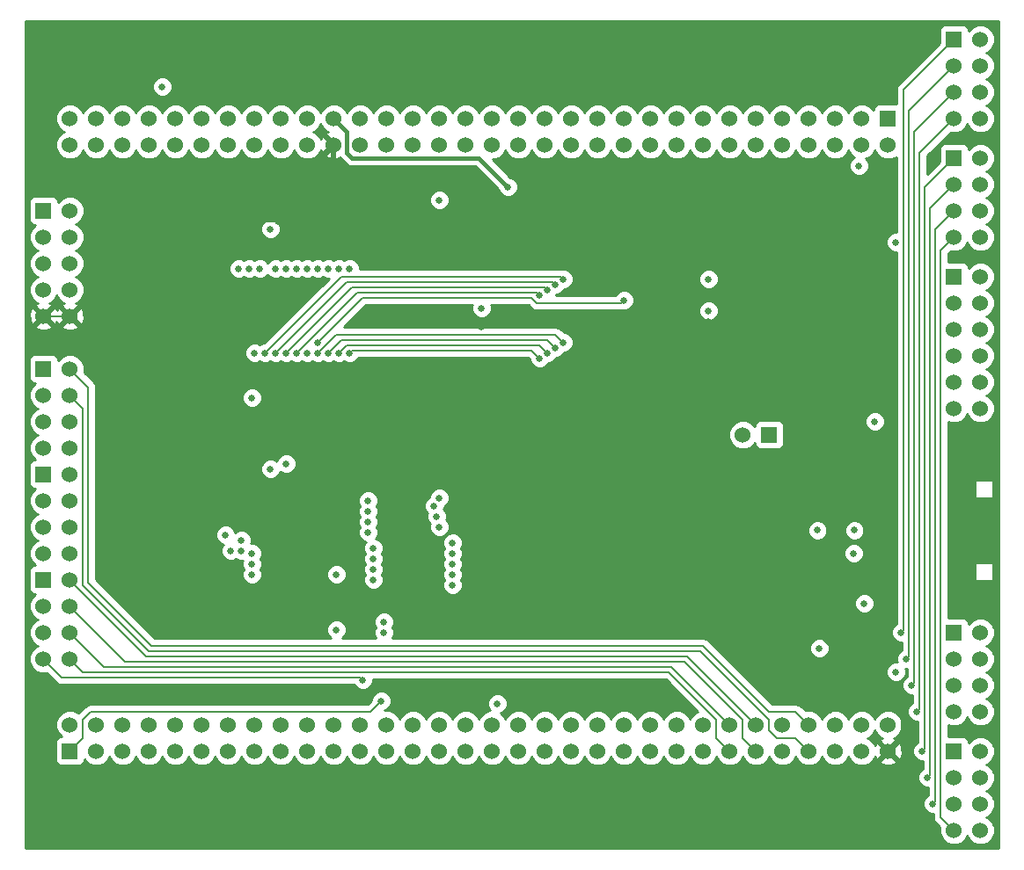
<source format=gbr>
G04 (created by PCBNEW-RS274X (2012-01-19 BZR 3256)-stable) date 08/10/2012 04:37:32*
G01*
G70*
G90*
%MOIN*%
G04 Gerber Fmt 3.4, Leading zero omitted, Abs format*
%FSLAX34Y34*%
G04 APERTURE LIST*
%ADD10C,0.006000*%
%ADD11R,0.060000X0.060000*%
%ADD12C,0.060000*%
%ADD13C,0.025000*%
%ADD14C,0.015000*%
%ADD15C,0.008000*%
%ADD16C,0.020000*%
%ADD17C,0.010000*%
G04 APERTURE END LIST*
G54D10*
G54D11*
X45500Y-16000D03*
G54D12*
X46500Y-16000D03*
X45500Y-17000D03*
X46500Y-17000D03*
X45500Y-18000D03*
X46500Y-18000D03*
X45500Y-19000D03*
X46500Y-19000D03*
X45500Y-20000D03*
X46500Y-20000D03*
X45500Y-21000D03*
X46500Y-21000D03*
G54D11*
X45500Y-11500D03*
G54D12*
X46500Y-11500D03*
X45500Y-12500D03*
X46500Y-12500D03*
X45500Y-13500D03*
X46500Y-13500D03*
X45500Y-14500D03*
X46500Y-14500D03*
G54D11*
X45500Y-07000D03*
G54D12*
X46500Y-07000D03*
X45500Y-08000D03*
X46500Y-08000D03*
X45500Y-09000D03*
X46500Y-09000D03*
X45500Y-10000D03*
X46500Y-10000D03*
G54D11*
X11000Y-27500D03*
G54D12*
X12000Y-27500D03*
X11000Y-28500D03*
X12000Y-28500D03*
X11000Y-29500D03*
X12000Y-29500D03*
X11000Y-30500D03*
X12000Y-30500D03*
G54D11*
X11000Y-23500D03*
G54D12*
X12000Y-23500D03*
X11000Y-24500D03*
X12000Y-24500D03*
X11000Y-25500D03*
X12000Y-25500D03*
X11000Y-26500D03*
X12000Y-26500D03*
G54D11*
X11000Y-19500D03*
G54D12*
X12000Y-19500D03*
X11000Y-20500D03*
X12000Y-20500D03*
X11000Y-21500D03*
X12000Y-21500D03*
X11000Y-22500D03*
X12000Y-22500D03*
G54D11*
X45500Y-34000D03*
G54D12*
X46500Y-34000D03*
X45500Y-35000D03*
X46500Y-35000D03*
X45500Y-36000D03*
X46500Y-36000D03*
X45500Y-37000D03*
X46500Y-37000D03*
G54D11*
X45500Y-29500D03*
G54D12*
X46500Y-29500D03*
X45500Y-30500D03*
X46500Y-30500D03*
X45500Y-31500D03*
X46500Y-31500D03*
X45500Y-32500D03*
X46500Y-32500D03*
G54D11*
X38500Y-22000D03*
G54D12*
X37500Y-22000D03*
G54D11*
X43000Y-10000D03*
G54D12*
X43000Y-11000D03*
X42000Y-10000D03*
X42000Y-11000D03*
X41000Y-10000D03*
X41000Y-11000D03*
X40000Y-10000D03*
X40000Y-11000D03*
X39000Y-10000D03*
X39000Y-11000D03*
X38000Y-10000D03*
X38000Y-11000D03*
X37000Y-10000D03*
X37000Y-11000D03*
X36000Y-10000D03*
X36000Y-11000D03*
X35000Y-10000D03*
X35000Y-11000D03*
X34000Y-10000D03*
X34000Y-11000D03*
X33000Y-10000D03*
X33000Y-11000D03*
X32000Y-10000D03*
X32000Y-11000D03*
X31000Y-10000D03*
X31000Y-11000D03*
X30000Y-10000D03*
X30000Y-11000D03*
X29000Y-10000D03*
X29000Y-11000D03*
X28000Y-10000D03*
X28000Y-11000D03*
X27000Y-10000D03*
X27000Y-11000D03*
X26000Y-10000D03*
X26000Y-11000D03*
X25000Y-10000D03*
X25000Y-11000D03*
X24000Y-10000D03*
X24000Y-11000D03*
X23000Y-10000D03*
X23000Y-11000D03*
X22000Y-10000D03*
X22000Y-11000D03*
X21000Y-10000D03*
X21000Y-11000D03*
X20000Y-10000D03*
X20000Y-11000D03*
X19000Y-10000D03*
X19000Y-11000D03*
X18000Y-10000D03*
X18000Y-11000D03*
X17000Y-10000D03*
X17000Y-11000D03*
X16000Y-10000D03*
X16000Y-11000D03*
X15000Y-10000D03*
X15000Y-11000D03*
X14000Y-10000D03*
X14000Y-11000D03*
X13000Y-10000D03*
X13000Y-11000D03*
X12000Y-10000D03*
X12000Y-11000D03*
G54D11*
X12000Y-34000D03*
G54D12*
X12000Y-33000D03*
X13000Y-34000D03*
X13000Y-33000D03*
X14000Y-34000D03*
X14000Y-33000D03*
X15000Y-34000D03*
X15000Y-33000D03*
X16000Y-34000D03*
X16000Y-33000D03*
X17000Y-34000D03*
X17000Y-33000D03*
X18000Y-34000D03*
X18000Y-33000D03*
X19000Y-34000D03*
X19000Y-33000D03*
X20000Y-34000D03*
X20000Y-33000D03*
X21000Y-34000D03*
X21000Y-33000D03*
X22000Y-34000D03*
X22000Y-33000D03*
X23000Y-34000D03*
X23000Y-33000D03*
X24000Y-34000D03*
X24000Y-33000D03*
X25000Y-34000D03*
X25000Y-33000D03*
X26000Y-34000D03*
X26000Y-33000D03*
X27000Y-34000D03*
X27000Y-33000D03*
X28000Y-34000D03*
X28000Y-33000D03*
X29000Y-34000D03*
X29000Y-33000D03*
X30000Y-34000D03*
X30000Y-33000D03*
X31000Y-34000D03*
X31000Y-33000D03*
X32000Y-34000D03*
X32000Y-33000D03*
X33000Y-34000D03*
X33000Y-33000D03*
X34000Y-34000D03*
X34000Y-33000D03*
X35000Y-34000D03*
X35000Y-33000D03*
X36000Y-34000D03*
X36000Y-33000D03*
X37000Y-34000D03*
X37000Y-33000D03*
X38000Y-34000D03*
X38000Y-33000D03*
X39000Y-34000D03*
X39000Y-33000D03*
X40000Y-34000D03*
X40000Y-33000D03*
X41000Y-34000D03*
X41000Y-33000D03*
X42000Y-34000D03*
X42000Y-33000D03*
X43000Y-34000D03*
X43000Y-33000D03*
G54D11*
X11000Y-13500D03*
G54D12*
X12000Y-13500D03*
X11000Y-14500D03*
X12000Y-14500D03*
X11000Y-15500D03*
X12000Y-15500D03*
X11000Y-16500D03*
X12000Y-16500D03*
X11000Y-17500D03*
X12000Y-17500D03*
G54D13*
X28600Y-12600D03*
X40400Y-30100D03*
X43300Y-31000D03*
X23800Y-32100D03*
X18900Y-27300D03*
X19600Y-23300D03*
X18900Y-26900D03*
X20200Y-23100D03*
X18900Y-26500D03*
X18500Y-26000D03*
X18500Y-26400D03*
X23500Y-27500D03*
X19400Y-18900D03*
X30700Y-16100D03*
X19800Y-18900D03*
X23500Y-27100D03*
X30400Y-16300D03*
X26500Y-26500D03*
X21800Y-15700D03*
X26500Y-26100D03*
X21400Y-15700D03*
X26000Y-25500D03*
X21000Y-15700D03*
X25900Y-25100D03*
X20600Y-15700D03*
X20200Y-15700D03*
X25800Y-24700D03*
X26000Y-24400D03*
X19800Y-15700D03*
X30100Y-16500D03*
X23500Y-26700D03*
X20200Y-18900D03*
X29800Y-16700D03*
X20600Y-18900D03*
X23500Y-26300D03*
X30700Y-18500D03*
X23300Y-25700D03*
X21400Y-18900D03*
X30400Y-18700D03*
X23300Y-25300D03*
X21800Y-18900D03*
X22200Y-18900D03*
X23300Y-24900D03*
X30100Y-18900D03*
X29800Y-19100D03*
X22600Y-18900D03*
X23300Y-24500D03*
X22600Y-15700D03*
X26500Y-27300D03*
X26500Y-26900D03*
X22200Y-15700D03*
X26000Y-13100D03*
X19200Y-15700D03*
X18400Y-15700D03*
X26500Y-27700D03*
X28200Y-32200D03*
X23100Y-31300D03*
X18800Y-15700D03*
X18100Y-26400D03*
X23900Y-29500D03*
X21400Y-18500D03*
X17900Y-25800D03*
X33000Y-16900D03*
X19000Y-18900D03*
X23900Y-29100D03*
X18900Y-20600D03*
X43300Y-14700D03*
X41900Y-11800D03*
X44700Y-36000D03*
X44500Y-35000D03*
X44300Y-34000D03*
X43900Y-31500D03*
X43700Y-30500D03*
X44100Y-32500D03*
X43500Y-29500D03*
X40325Y-25625D03*
X41725Y-25625D03*
X15500Y-08800D03*
X27600Y-17200D03*
X42500Y-21500D03*
X22100Y-29400D03*
X21000Y-18900D03*
X36200Y-17300D03*
X41700Y-26500D03*
X22100Y-27300D03*
X36200Y-16100D03*
X42100Y-28400D03*
X19600Y-14200D03*
X20225Y-20500D03*
X36200Y-17700D03*
X15400Y-26000D03*
X27600Y-17900D03*
X38000Y-20300D03*
X19900Y-13900D03*
X42200Y-14300D03*
X38000Y-14800D03*
X39200Y-28300D03*
G54D14*
X22500Y-11300D02*
X22700Y-11500D01*
X22500Y-10500D02*
X22500Y-11300D01*
X22700Y-11500D02*
X27500Y-11500D01*
X28600Y-12600D02*
X27500Y-11500D01*
X22000Y-10000D02*
X22500Y-10500D01*
G54D15*
X23800Y-32100D02*
X23400Y-32500D01*
X12800Y-32500D02*
X12500Y-32800D01*
X12500Y-32800D02*
X12500Y-33500D01*
X12500Y-33500D02*
X12000Y-34000D01*
X23400Y-32500D02*
X12800Y-32500D01*
X19400Y-18900D02*
X22300Y-16000D01*
X22300Y-16000D02*
X30600Y-16000D01*
X30600Y-16000D02*
X30700Y-16100D01*
X22500Y-16200D02*
X30300Y-16200D01*
X22500Y-16200D02*
X19800Y-18900D01*
X30400Y-16300D02*
X30300Y-16200D01*
X22700Y-16400D02*
X30000Y-16400D01*
X20200Y-18900D02*
X22700Y-16400D01*
X30000Y-16400D02*
X30100Y-16500D01*
X29700Y-16600D02*
X29800Y-16700D01*
X22900Y-16600D02*
X29700Y-16600D01*
X20600Y-18900D02*
X22900Y-16600D01*
X30400Y-18200D02*
X22100Y-18200D01*
X22100Y-18200D02*
X21400Y-18900D01*
X30700Y-18500D02*
X30400Y-18200D01*
X30100Y-18400D02*
X30400Y-18700D01*
X21800Y-18900D02*
X22300Y-18400D01*
X22300Y-18400D02*
X30100Y-18400D01*
X30100Y-18900D02*
X29800Y-18600D01*
X22500Y-18600D02*
X22200Y-18900D01*
X29800Y-18600D02*
X22500Y-18600D01*
X29500Y-18800D02*
X22700Y-18800D01*
X22700Y-18800D02*
X22600Y-18900D01*
X29800Y-19100D02*
X29500Y-18800D01*
X34700Y-31000D02*
X12500Y-31000D01*
X12500Y-31000D02*
X12000Y-30500D01*
X37000Y-34000D02*
X36500Y-33500D01*
X36500Y-32800D02*
X34700Y-31000D01*
X36500Y-33500D02*
X36500Y-32800D01*
X13300Y-30800D02*
X34800Y-30800D01*
X12000Y-29500D02*
X13300Y-30800D01*
X34800Y-30800D02*
X37000Y-33000D01*
X14100Y-30600D02*
X12000Y-28500D01*
X35300Y-30600D02*
X14100Y-30600D01*
X35300Y-30600D02*
X37500Y-32800D01*
X37500Y-32800D02*
X37500Y-33500D01*
X38000Y-34000D02*
X37500Y-33500D01*
X12000Y-27500D02*
X14900Y-30400D01*
X35400Y-30400D02*
X38000Y-33000D01*
X14900Y-30400D02*
X35400Y-30400D01*
X23100Y-31300D02*
X23000Y-31200D01*
X11700Y-31200D02*
X11000Y-30500D01*
X23000Y-31200D02*
X11700Y-31200D01*
X23000Y-31200D02*
X23100Y-31300D01*
X39500Y-33500D02*
X38800Y-33500D01*
X38500Y-32800D02*
X35900Y-30200D01*
X38500Y-33200D02*
X38500Y-32800D01*
X38800Y-33500D02*
X38500Y-33200D01*
X40000Y-34000D02*
X39500Y-33500D01*
X12500Y-21000D02*
X12000Y-20500D01*
X15000Y-30200D02*
X12500Y-27700D01*
X12500Y-27700D02*
X12500Y-21000D01*
X35900Y-30200D02*
X15000Y-30200D01*
X15100Y-30000D02*
X36000Y-30000D01*
X12700Y-27600D02*
X15100Y-30000D01*
X12700Y-20200D02*
X12700Y-27600D01*
X36000Y-30000D02*
X38500Y-32500D01*
X38500Y-32500D02*
X39500Y-32500D01*
X12000Y-19500D02*
X12700Y-20200D01*
X39500Y-32500D02*
X40000Y-33000D01*
X29500Y-16800D02*
X23100Y-16800D01*
X23100Y-16800D02*
X21400Y-18500D01*
X29700Y-17000D02*
X32900Y-17000D01*
X32900Y-17000D02*
X33000Y-16900D01*
X29500Y-16800D02*
X29700Y-17000D01*
X44800Y-35900D02*
X44700Y-36000D01*
X44800Y-14200D02*
X44800Y-35900D01*
X45500Y-13500D02*
X44800Y-14200D01*
X45500Y-12500D02*
X44600Y-13400D01*
X44600Y-13400D02*
X44600Y-34900D01*
X44600Y-34900D02*
X44500Y-35000D01*
X45000Y-15000D02*
X45000Y-36500D01*
X45500Y-14500D02*
X45000Y-15000D01*
X45000Y-36500D02*
X45500Y-37000D01*
X45500Y-11500D02*
X44400Y-12600D01*
X44400Y-12600D02*
X44400Y-33900D01*
X44400Y-33900D02*
X44300Y-34000D01*
X44000Y-31400D02*
X43900Y-31500D01*
X44000Y-10500D02*
X44000Y-31400D01*
X45500Y-09000D02*
X44000Y-10500D01*
X43700Y-30500D02*
X43800Y-30400D01*
X43800Y-30400D02*
X43800Y-09700D01*
X43800Y-09700D02*
X45500Y-08000D01*
X45500Y-10000D02*
X44200Y-11300D01*
X44200Y-11300D02*
X44200Y-32400D01*
X44200Y-32400D02*
X44100Y-32500D01*
X43500Y-29500D02*
X43600Y-29400D01*
X43600Y-08900D02*
X45500Y-07000D01*
X43600Y-29400D02*
X43600Y-08900D01*
G54D16*
X22000Y-11000D02*
X19900Y-13100D01*
X20225Y-21175D02*
X15400Y-26000D01*
X43600Y-32700D02*
X43600Y-33400D01*
X19900Y-13100D02*
X19900Y-13900D01*
X31500Y-14600D02*
X24100Y-14600D01*
X39200Y-28300D02*
X43600Y-32700D01*
X20225Y-20500D02*
X20225Y-21175D01*
X36200Y-17700D02*
X36200Y-18500D01*
G54D15*
X11000Y-17500D02*
X12000Y-17500D01*
X12000Y-17500D02*
X15600Y-13900D01*
G54D16*
X34600Y-17700D02*
X31500Y-14600D01*
X24100Y-14600D02*
X22000Y-12500D01*
X22000Y-12500D02*
X22000Y-11000D01*
X36200Y-17700D02*
X34600Y-17700D01*
X41700Y-14800D02*
X42200Y-14300D01*
X38000Y-14800D02*
X41700Y-14800D01*
G54D15*
X15600Y-13900D02*
X19900Y-13900D01*
G54D16*
X27800Y-17700D02*
X27600Y-17900D01*
X43600Y-33400D02*
X43000Y-34000D01*
X36200Y-18500D02*
X38000Y-20300D01*
X38000Y-20300D02*
X38000Y-14800D01*
X36200Y-17700D02*
X27800Y-17700D01*
G54D10*
G36*
X47175Y-37675D02*
X47049Y-37675D01*
X47049Y-37109D01*
X47049Y-36891D01*
X46999Y-36770D01*
X46965Y-36689D01*
X46811Y-36535D01*
X46726Y-36500D01*
X46811Y-36465D01*
X46965Y-36311D01*
X46999Y-36229D01*
X47049Y-36109D01*
X47049Y-35891D01*
X46999Y-35770D01*
X46965Y-35689D01*
X46811Y-35535D01*
X46726Y-35500D01*
X46811Y-35465D01*
X46965Y-35311D01*
X46999Y-35229D01*
X47049Y-35109D01*
X47049Y-34891D01*
X46999Y-34770D01*
X46965Y-34689D01*
X46811Y-34535D01*
X46726Y-34500D01*
X46811Y-34465D01*
X46965Y-34311D01*
X46999Y-34229D01*
X47049Y-34109D01*
X47049Y-33891D01*
X46999Y-33770D01*
X46965Y-33689D01*
X46811Y-33535D01*
X46609Y-33451D01*
X46391Y-33451D01*
X46189Y-33535D01*
X46049Y-33675D01*
X46049Y-33651D01*
X46011Y-33559D01*
X45941Y-33489D01*
X45850Y-33451D01*
X45751Y-33451D01*
X45290Y-33451D01*
X45290Y-33007D01*
X45391Y-33049D01*
X45609Y-33049D01*
X45811Y-32965D01*
X45965Y-32811D01*
X46000Y-32726D01*
X46035Y-32811D01*
X46189Y-32965D01*
X46391Y-33049D01*
X46609Y-33049D01*
X46811Y-32965D01*
X46965Y-32811D01*
X46999Y-32729D01*
X47049Y-32609D01*
X47049Y-32391D01*
X46999Y-32270D01*
X46965Y-32189D01*
X46811Y-32035D01*
X46726Y-32000D01*
X46811Y-31965D01*
X46965Y-31811D01*
X46999Y-31729D01*
X47049Y-31609D01*
X47049Y-31391D01*
X46999Y-31270D01*
X46965Y-31189D01*
X46811Y-31035D01*
X46726Y-31000D01*
X46811Y-30965D01*
X46965Y-30811D01*
X46999Y-30729D01*
X47049Y-30609D01*
X47049Y-30391D01*
X46999Y-30270D01*
X46965Y-30189D01*
X46811Y-30035D01*
X46726Y-30000D01*
X46811Y-29965D01*
X46965Y-29811D01*
X46999Y-29729D01*
X47049Y-29609D01*
X47049Y-29391D01*
X46999Y-29270D01*
X46999Y-27550D01*
X46999Y-26848D01*
X46999Y-24400D01*
X46999Y-23698D01*
X46293Y-23698D01*
X46293Y-24400D01*
X46999Y-24400D01*
X46999Y-26848D01*
X46293Y-26848D01*
X46293Y-27550D01*
X46999Y-27550D01*
X46999Y-29270D01*
X46965Y-29189D01*
X46811Y-29035D01*
X46609Y-28951D01*
X46391Y-28951D01*
X46189Y-29035D01*
X46049Y-29175D01*
X46049Y-29151D01*
X46011Y-29059D01*
X45941Y-28989D01*
X45850Y-28951D01*
X45751Y-28951D01*
X45290Y-28951D01*
X45290Y-21507D01*
X45391Y-21549D01*
X45609Y-21549D01*
X45811Y-21465D01*
X45965Y-21311D01*
X46000Y-21226D01*
X46035Y-21311D01*
X46189Y-21465D01*
X46391Y-21549D01*
X46609Y-21549D01*
X46811Y-21465D01*
X46965Y-21311D01*
X47049Y-21109D01*
X47049Y-20891D01*
X46965Y-20689D01*
X46811Y-20535D01*
X46726Y-20500D01*
X46811Y-20465D01*
X46965Y-20311D01*
X47049Y-20109D01*
X47049Y-19891D01*
X46965Y-19689D01*
X46811Y-19535D01*
X46726Y-19500D01*
X46811Y-19465D01*
X46965Y-19311D01*
X47049Y-19109D01*
X47049Y-18891D01*
X46965Y-18689D01*
X46811Y-18535D01*
X46726Y-18500D01*
X46811Y-18465D01*
X46965Y-18311D01*
X47049Y-18109D01*
X47049Y-17891D01*
X46965Y-17689D01*
X46811Y-17535D01*
X46726Y-17500D01*
X46811Y-17465D01*
X46965Y-17311D01*
X47049Y-17109D01*
X47049Y-16891D01*
X46965Y-16689D01*
X46811Y-16535D01*
X46726Y-16500D01*
X46811Y-16465D01*
X46965Y-16311D01*
X47049Y-16109D01*
X47049Y-15891D01*
X46965Y-15689D01*
X46811Y-15535D01*
X46609Y-15451D01*
X46391Y-15451D01*
X46189Y-15535D01*
X46049Y-15675D01*
X46049Y-15651D01*
X46011Y-15559D01*
X45941Y-15489D01*
X45850Y-15451D01*
X45751Y-15451D01*
X45290Y-15451D01*
X45290Y-15120D01*
X45369Y-15040D01*
X45391Y-15049D01*
X45609Y-15049D01*
X45811Y-14965D01*
X45965Y-14811D01*
X46000Y-14726D01*
X46035Y-14811D01*
X46189Y-14965D01*
X46391Y-15049D01*
X46609Y-15049D01*
X46811Y-14965D01*
X46965Y-14811D01*
X47049Y-14609D01*
X47049Y-14391D01*
X46965Y-14189D01*
X46811Y-14035D01*
X46726Y-14000D01*
X46811Y-13965D01*
X46965Y-13811D01*
X47049Y-13609D01*
X47049Y-13391D01*
X46965Y-13189D01*
X46811Y-13035D01*
X46726Y-13000D01*
X46811Y-12965D01*
X46965Y-12811D01*
X47049Y-12609D01*
X47049Y-12391D01*
X46965Y-12189D01*
X46811Y-12035D01*
X46726Y-12000D01*
X46811Y-11965D01*
X46965Y-11811D01*
X47049Y-11609D01*
X47049Y-11391D01*
X46965Y-11189D01*
X46811Y-11035D01*
X46609Y-10951D01*
X46391Y-10951D01*
X46189Y-11035D01*
X46049Y-11175D01*
X46049Y-11151D01*
X46011Y-11059D01*
X45941Y-10989D01*
X45850Y-10951D01*
X45751Y-10951D01*
X45151Y-10951D01*
X45059Y-10989D01*
X44989Y-11059D01*
X44951Y-11150D01*
X44951Y-11249D01*
X44951Y-11638D01*
X44490Y-12099D01*
X44490Y-11420D01*
X45369Y-10540D01*
X45391Y-10549D01*
X45609Y-10549D01*
X45811Y-10465D01*
X45965Y-10311D01*
X46000Y-10226D01*
X46035Y-10311D01*
X46189Y-10465D01*
X46391Y-10549D01*
X46609Y-10549D01*
X46811Y-10465D01*
X46965Y-10311D01*
X47049Y-10109D01*
X47049Y-09891D01*
X46965Y-09689D01*
X46811Y-09535D01*
X46726Y-09500D01*
X46811Y-09465D01*
X46965Y-09311D01*
X47049Y-09109D01*
X47049Y-08891D01*
X46965Y-08689D01*
X46811Y-08535D01*
X46726Y-08500D01*
X46811Y-08465D01*
X46965Y-08311D01*
X47049Y-08109D01*
X47049Y-07891D01*
X46965Y-07689D01*
X46811Y-07535D01*
X46726Y-07500D01*
X46811Y-07465D01*
X46965Y-07311D01*
X47049Y-07109D01*
X47049Y-06891D01*
X46965Y-06689D01*
X46811Y-06535D01*
X46609Y-06451D01*
X46391Y-06451D01*
X46189Y-06535D01*
X46049Y-06675D01*
X46049Y-06651D01*
X46011Y-06559D01*
X45941Y-06489D01*
X45850Y-06451D01*
X45751Y-06451D01*
X45151Y-06451D01*
X45059Y-06489D01*
X44989Y-06559D01*
X44951Y-06650D01*
X44951Y-06749D01*
X44951Y-07139D01*
X43395Y-08695D01*
X43332Y-08789D01*
X43310Y-08900D01*
X43310Y-09451D01*
X43251Y-09451D01*
X42651Y-09451D01*
X42559Y-09489D01*
X42489Y-09559D01*
X42451Y-09650D01*
X42451Y-09675D01*
X42311Y-09535D01*
X42109Y-09451D01*
X41891Y-09451D01*
X41689Y-09535D01*
X41535Y-09689D01*
X41500Y-09773D01*
X41465Y-09689D01*
X41311Y-09535D01*
X41109Y-09451D01*
X40891Y-09451D01*
X40689Y-09535D01*
X40535Y-09689D01*
X40500Y-09773D01*
X40465Y-09689D01*
X40311Y-09535D01*
X40109Y-09451D01*
X39891Y-09451D01*
X39689Y-09535D01*
X39535Y-09689D01*
X39500Y-09773D01*
X39465Y-09689D01*
X39311Y-09535D01*
X39109Y-09451D01*
X38891Y-09451D01*
X38689Y-09535D01*
X38535Y-09689D01*
X38500Y-09773D01*
X38465Y-09689D01*
X38311Y-09535D01*
X38109Y-09451D01*
X37891Y-09451D01*
X37689Y-09535D01*
X37535Y-09689D01*
X37500Y-09773D01*
X37465Y-09689D01*
X37311Y-09535D01*
X37109Y-09451D01*
X36891Y-09451D01*
X36689Y-09535D01*
X36535Y-09689D01*
X36500Y-09773D01*
X36465Y-09689D01*
X36311Y-09535D01*
X36109Y-09451D01*
X35891Y-09451D01*
X35689Y-09535D01*
X35535Y-09689D01*
X35500Y-09773D01*
X35465Y-09689D01*
X35311Y-09535D01*
X35109Y-09451D01*
X34891Y-09451D01*
X34689Y-09535D01*
X34535Y-09689D01*
X34500Y-09773D01*
X34465Y-09689D01*
X34311Y-09535D01*
X34109Y-09451D01*
X33891Y-09451D01*
X33689Y-09535D01*
X33535Y-09689D01*
X33500Y-09773D01*
X33465Y-09689D01*
X33311Y-09535D01*
X33109Y-09451D01*
X32891Y-09451D01*
X32689Y-09535D01*
X32535Y-09689D01*
X32500Y-09773D01*
X32465Y-09689D01*
X32311Y-09535D01*
X32109Y-09451D01*
X31891Y-09451D01*
X31689Y-09535D01*
X31535Y-09689D01*
X31500Y-09773D01*
X31465Y-09689D01*
X31311Y-09535D01*
X31109Y-09451D01*
X30891Y-09451D01*
X30689Y-09535D01*
X30535Y-09689D01*
X30500Y-09773D01*
X30465Y-09689D01*
X30311Y-09535D01*
X30109Y-09451D01*
X29891Y-09451D01*
X29689Y-09535D01*
X29535Y-09689D01*
X29500Y-09773D01*
X29465Y-09689D01*
X29311Y-09535D01*
X29109Y-09451D01*
X28891Y-09451D01*
X28689Y-09535D01*
X28535Y-09689D01*
X28500Y-09773D01*
X28465Y-09689D01*
X28311Y-09535D01*
X28109Y-09451D01*
X27891Y-09451D01*
X27689Y-09535D01*
X27535Y-09689D01*
X27500Y-09773D01*
X27465Y-09689D01*
X27311Y-09535D01*
X27109Y-09451D01*
X26891Y-09451D01*
X26689Y-09535D01*
X26535Y-09689D01*
X26500Y-09773D01*
X26465Y-09689D01*
X26311Y-09535D01*
X26109Y-09451D01*
X25891Y-09451D01*
X25689Y-09535D01*
X25535Y-09689D01*
X25500Y-09773D01*
X25465Y-09689D01*
X25311Y-09535D01*
X25109Y-09451D01*
X24891Y-09451D01*
X24689Y-09535D01*
X24535Y-09689D01*
X24500Y-09773D01*
X24465Y-09689D01*
X24311Y-09535D01*
X24109Y-09451D01*
X23891Y-09451D01*
X23689Y-09535D01*
X23535Y-09689D01*
X23500Y-09773D01*
X23465Y-09689D01*
X23311Y-09535D01*
X23109Y-09451D01*
X22891Y-09451D01*
X22689Y-09535D01*
X22535Y-09689D01*
X22500Y-09773D01*
X22465Y-09689D01*
X22311Y-09535D01*
X22109Y-09451D01*
X21891Y-09451D01*
X21689Y-09535D01*
X21535Y-09689D01*
X21500Y-09773D01*
X21465Y-09689D01*
X21311Y-09535D01*
X21109Y-09451D01*
X20891Y-09451D01*
X20689Y-09535D01*
X20535Y-09689D01*
X20500Y-09773D01*
X20465Y-09689D01*
X20311Y-09535D01*
X20109Y-09451D01*
X19891Y-09451D01*
X19689Y-09535D01*
X19535Y-09689D01*
X19500Y-09773D01*
X19465Y-09689D01*
X19311Y-09535D01*
X19109Y-09451D01*
X18891Y-09451D01*
X18689Y-09535D01*
X18535Y-09689D01*
X18500Y-09773D01*
X18465Y-09689D01*
X18311Y-09535D01*
X18109Y-09451D01*
X17891Y-09451D01*
X17689Y-09535D01*
X17535Y-09689D01*
X17500Y-09773D01*
X17465Y-09689D01*
X17311Y-09535D01*
X17109Y-09451D01*
X16891Y-09451D01*
X16689Y-09535D01*
X16535Y-09689D01*
X16500Y-09773D01*
X16465Y-09689D01*
X16311Y-09535D01*
X16109Y-09451D01*
X15891Y-09451D01*
X15875Y-09457D01*
X15875Y-08875D01*
X15875Y-08726D01*
X15818Y-08588D01*
X15713Y-08483D01*
X15575Y-08425D01*
X15426Y-08425D01*
X15288Y-08482D01*
X15183Y-08587D01*
X15125Y-08725D01*
X15125Y-08874D01*
X15182Y-09012D01*
X15287Y-09117D01*
X15425Y-09175D01*
X15574Y-09175D01*
X15712Y-09118D01*
X15817Y-09013D01*
X15875Y-08875D01*
X15875Y-09457D01*
X15689Y-09535D01*
X15535Y-09689D01*
X15500Y-09773D01*
X15465Y-09689D01*
X15311Y-09535D01*
X15109Y-09451D01*
X14891Y-09451D01*
X14689Y-09535D01*
X14535Y-09689D01*
X14500Y-09773D01*
X14465Y-09689D01*
X14311Y-09535D01*
X14109Y-09451D01*
X13891Y-09451D01*
X13689Y-09535D01*
X13535Y-09689D01*
X13500Y-09773D01*
X13465Y-09689D01*
X13311Y-09535D01*
X13109Y-09451D01*
X12891Y-09451D01*
X12689Y-09535D01*
X12535Y-09689D01*
X12500Y-09773D01*
X12465Y-09689D01*
X12311Y-09535D01*
X12109Y-09451D01*
X11891Y-09451D01*
X11689Y-09535D01*
X11535Y-09689D01*
X11451Y-09891D01*
X11451Y-10109D01*
X11535Y-10311D01*
X11689Y-10465D01*
X11773Y-10500D01*
X11689Y-10535D01*
X11535Y-10689D01*
X11451Y-10891D01*
X11451Y-11109D01*
X11535Y-11311D01*
X11689Y-11465D01*
X11891Y-11549D01*
X12109Y-11549D01*
X12311Y-11465D01*
X12465Y-11311D01*
X12500Y-11226D01*
X12535Y-11311D01*
X12689Y-11465D01*
X12891Y-11549D01*
X13109Y-11549D01*
X13311Y-11465D01*
X13465Y-11311D01*
X13500Y-11226D01*
X13535Y-11311D01*
X13689Y-11465D01*
X13891Y-11549D01*
X14109Y-11549D01*
X14311Y-11465D01*
X14465Y-11311D01*
X14500Y-11226D01*
X14535Y-11311D01*
X14689Y-11465D01*
X14891Y-11549D01*
X15109Y-11549D01*
X15311Y-11465D01*
X15465Y-11311D01*
X15500Y-11226D01*
X15535Y-11311D01*
X15689Y-11465D01*
X15891Y-11549D01*
X16109Y-11549D01*
X16311Y-11465D01*
X16465Y-11311D01*
X16500Y-11226D01*
X16535Y-11311D01*
X16689Y-11465D01*
X16891Y-11549D01*
X17109Y-11549D01*
X17311Y-11465D01*
X17465Y-11311D01*
X17500Y-11226D01*
X17535Y-11311D01*
X17689Y-11465D01*
X17891Y-11549D01*
X18109Y-11549D01*
X18311Y-11465D01*
X18465Y-11311D01*
X18500Y-11226D01*
X18535Y-11311D01*
X18689Y-11465D01*
X18891Y-11549D01*
X19109Y-11549D01*
X19311Y-11465D01*
X19465Y-11311D01*
X19500Y-11226D01*
X19535Y-11311D01*
X19689Y-11465D01*
X19891Y-11549D01*
X20109Y-11549D01*
X20311Y-11465D01*
X20465Y-11311D01*
X20500Y-11226D01*
X20535Y-11311D01*
X20689Y-11465D01*
X20891Y-11549D01*
X21109Y-11549D01*
X21311Y-11465D01*
X21465Y-11311D01*
X21502Y-11219D01*
X21528Y-11281D01*
X21622Y-11308D01*
X21929Y-11000D01*
X21622Y-10692D01*
X21528Y-10719D01*
X21504Y-10784D01*
X21465Y-10689D01*
X21311Y-10535D01*
X21226Y-10500D01*
X21311Y-10465D01*
X21465Y-10311D01*
X21500Y-10226D01*
X21535Y-10311D01*
X21689Y-10465D01*
X21780Y-10502D01*
X21719Y-10528D01*
X21692Y-10622D01*
X21965Y-10894D01*
X22000Y-10929D01*
X22071Y-11000D01*
X22000Y-11071D01*
X21692Y-11378D01*
X21719Y-11472D01*
X21921Y-11543D01*
X22134Y-11532D01*
X22242Y-11487D01*
X22270Y-11530D01*
X22468Y-11727D01*
X22470Y-11730D01*
X22575Y-11799D01*
X22576Y-11800D01*
X22674Y-11819D01*
X22699Y-11825D01*
X22699Y-11824D01*
X22700Y-11825D01*
X27365Y-11825D01*
X28232Y-12691D01*
X28282Y-12812D01*
X28387Y-12917D01*
X28525Y-12975D01*
X28674Y-12975D01*
X28812Y-12918D01*
X28917Y-12813D01*
X28975Y-12675D01*
X28975Y-12526D01*
X28918Y-12388D01*
X28813Y-12283D01*
X28690Y-12231D01*
X28008Y-11549D01*
X28109Y-11549D01*
X28311Y-11465D01*
X28465Y-11311D01*
X28500Y-11226D01*
X28535Y-11311D01*
X28689Y-11465D01*
X28891Y-11549D01*
X29109Y-11549D01*
X29311Y-11465D01*
X29465Y-11311D01*
X29500Y-11226D01*
X29535Y-11311D01*
X29689Y-11465D01*
X29891Y-11549D01*
X30109Y-11549D01*
X30311Y-11465D01*
X30465Y-11311D01*
X30500Y-11226D01*
X30535Y-11311D01*
X30689Y-11465D01*
X30891Y-11549D01*
X31109Y-11549D01*
X31311Y-11465D01*
X31465Y-11311D01*
X31500Y-11226D01*
X31535Y-11311D01*
X31689Y-11465D01*
X31891Y-11549D01*
X32109Y-11549D01*
X32311Y-11465D01*
X32465Y-11311D01*
X32500Y-11226D01*
X32535Y-11311D01*
X32689Y-11465D01*
X32891Y-11549D01*
X33109Y-11549D01*
X33311Y-11465D01*
X33465Y-11311D01*
X33500Y-11226D01*
X33535Y-11311D01*
X33689Y-11465D01*
X33891Y-11549D01*
X34109Y-11549D01*
X34311Y-11465D01*
X34465Y-11311D01*
X34500Y-11226D01*
X34535Y-11311D01*
X34689Y-11465D01*
X34891Y-11549D01*
X35109Y-11549D01*
X35311Y-11465D01*
X35465Y-11311D01*
X35500Y-11226D01*
X35535Y-11311D01*
X35689Y-11465D01*
X35891Y-11549D01*
X36109Y-11549D01*
X36311Y-11465D01*
X36465Y-11311D01*
X36500Y-11226D01*
X36535Y-11311D01*
X36689Y-11465D01*
X36891Y-11549D01*
X37109Y-11549D01*
X37311Y-11465D01*
X37465Y-11311D01*
X37500Y-11226D01*
X37535Y-11311D01*
X37689Y-11465D01*
X37891Y-11549D01*
X38109Y-11549D01*
X38311Y-11465D01*
X38465Y-11311D01*
X38500Y-11226D01*
X38535Y-11311D01*
X38689Y-11465D01*
X38891Y-11549D01*
X39109Y-11549D01*
X39311Y-11465D01*
X39465Y-11311D01*
X39500Y-11226D01*
X39535Y-11311D01*
X39689Y-11465D01*
X39891Y-11549D01*
X40109Y-11549D01*
X40311Y-11465D01*
X40465Y-11311D01*
X40500Y-11226D01*
X40535Y-11311D01*
X40689Y-11465D01*
X40891Y-11549D01*
X41109Y-11549D01*
X41311Y-11465D01*
X41465Y-11311D01*
X41500Y-11226D01*
X41535Y-11311D01*
X41689Y-11465D01*
X41709Y-11473D01*
X41688Y-11482D01*
X41583Y-11587D01*
X41525Y-11725D01*
X41525Y-11874D01*
X41582Y-12012D01*
X41687Y-12117D01*
X41825Y-12175D01*
X41974Y-12175D01*
X42112Y-12118D01*
X42217Y-12013D01*
X42275Y-11875D01*
X42275Y-11726D01*
X42218Y-11588D01*
X42158Y-11528D01*
X42311Y-11465D01*
X42465Y-11311D01*
X42500Y-11226D01*
X42535Y-11311D01*
X42689Y-11465D01*
X42891Y-11549D01*
X43109Y-11549D01*
X43310Y-11465D01*
X43310Y-14325D01*
X43226Y-14325D01*
X43088Y-14382D01*
X42983Y-14487D01*
X42925Y-14625D01*
X42925Y-14774D01*
X42982Y-14912D01*
X43087Y-15017D01*
X43225Y-15075D01*
X43310Y-15075D01*
X43310Y-29172D01*
X43288Y-29182D01*
X43183Y-29287D01*
X43125Y-29425D01*
X43125Y-29574D01*
X43182Y-29712D01*
X43287Y-29817D01*
X43425Y-29875D01*
X43510Y-29875D01*
X43510Y-30172D01*
X43488Y-30182D01*
X43383Y-30287D01*
X43325Y-30425D01*
X43325Y-30574D01*
X43346Y-30625D01*
X43226Y-30625D01*
X43088Y-30682D01*
X42983Y-30787D01*
X42925Y-30925D01*
X42925Y-31074D01*
X42982Y-31212D01*
X43087Y-31317D01*
X43225Y-31375D01*
X43374Y-31375D01*
X43512Y-31318D01*
X43617Y-31213D01*
X43675Y-31075D01*
X43675Y-30926D01*
X43653Y-30875D01*
X43710Y-30875D01*
X43710Y-31172D01*
X43688Y-31182D01*
X43583Y-31287D01*
X43525Y-31425D01*
X43525Y-31574D01*
X43582Y-31712D01*
X43687Y-31817D01*
X43825Y-31875D01*
X43910Y-31875D01*
X43910Y-32172D01*
X43888Y-32182D01*
X43783Y-32287D01*
X43725Y-32425D01*
X43725Y-32574D01*
X43782Y-32712D01*
X43887Y-32817D01*
X44025Y-32875D01*
X44110Y-32875D01*
X44110Y-33672D01*
X44088Y-33682D01*
X43983Y-33787D01*
X43925Y-33925D01*
X43925Y-34074D01*
X43982Y-34212D01*
X44087Y-34317D01*
X44225Y-34375D01*
X44310Y-34375D01*
X44310Y-34672D01*
X44288Y-34682D01*
X44183Y-34787D01*
X44125Y-34925D01*
X44125Y-35074D01*
X44182Y-35212D01*
X44287Y-35317D01*
X44425Y-35375D01*
X44510Y-35375D01*
X44510Y-35672D01*
X44488Y-35682D01*
X44383Y-35787D01*
X44325Y-35925D01*
X44325Y-36074D01*
X44382Y-36212D01*
X44487Y-36317D01*
X44625Y-36375D01*
X44710Y-36375D01*
X44710Y-36500D01*
X44732Y-36611D01*
X44795Y-36705D01*
X44959Y-36869D01*
X44951Y-36891D01*
X44951Y-37109D01*
X45035Y-37311D01*
X45189Y-37465D01*
X45391Y-37549D01*
X45609Y-37549D01*
X45811Y-37465D01*
X45965Y-37311D01*
X46000Y-37226D01*
X46035Y-37311D01*
X46189Y-37465D01*
X46391Y-37549D01*
X46609Y-37549D01*
X46811Y-37465D01*
X46965Y-37311D01*
X46999Y-37229D01*
X47049Y-37109D01*
X47049Y-37675D01*
X46999Y-37675D01*
X43549Y-37675D01*
X43549Y-33109D01*
X43549Y-32891D01*
X43465Y-32689D01*
X43311Y-32535D01*
X43109Y-32451D01*
X42891Y-32451D01*
X42875Y-32457D01*
X42875Y-21575D01*
X42875Y-21426D01*
X42818Y-21288D01*
X42713Y-21183D01*
X42575Y-21125D01*
X42426Y-21125D01*
X42288Y-21182D01*
X42183Y-21287D01*
X42125Y-21425D01*
X42125Y-21574D01*
X42182Y-21712D01*
X42287Y-21817D01*
X42425Y-21875D01*
X42574Y-21875D01*
X42712Y-21818D01*
X42817Y-21713D01*
X42875Y-21575D01*
X42875Y-32457D01*
X42689Y-32535D01*
X42535Y-32689D01*
X42500Y-32773D01*
X42475Y-32713D01*
X42475Y-28475D01*
X42475Y-28326D01*
X42418Y-28188D01*
X42313Y-28083D01*
X42175Y-28025D01*
X42100Y-28025D01*
X42100Y-25700D01*
X42100Y-25551D01*
X42043Y-25413D01*
X41938Y-25308D01*
X41800Y-25250D01*
X41651Y-25250D01*
X41513Y-25307D01*
X41408Y-25412D01*
X41350Y-25550D01*
X41350Y-25699D01*
X41407Y-25837D01*
X41512Y-25942D01*
X41650Y-26000D01*
X41799Y-26000D01*
X41937Y-25943D01*
X42042Y-25838D01*
X42100Y-25700D01*
X42100Y-28025D01*
X42075Y-28025D01*
X42075Y-26575D01*
X42075Y-26426D01*
X42018Y-26288D01*
X41913Y-26183D01*
X41775Y-26125D01*
X41626Y-26125D01*
X41488Y-26182D01*
X41383Y-26287D01*
X41325Y-26425D01*
X41325Y-26574D01*
X41382Y-26712D01*
X41487Y-26817D01*
X41625Y-26875D01*
X41774Y-26875D01*
X41912Y-26818D01*
X42017Y-26713D01*
X42075Y-26575D01*
X42075Y-28025D01*
X42026Y-28025D01*
X41888Y-28082D01*
X41783Y-28187D01*
X41725Y-28325D01*
X41725Y-28474D01*
X41782Y-28612D01*
X41887Y-28717D01*
X42025Y-28775D01*
X42174Y-28775D01*
X42312Y-28718D01*
X42417Y-28613D01*
X42475Y-28475D01*
X42475Y-32713D01*
X42465Y-32689D01*
X42311Y-32535D01*
X42109Y-32451D01*
X41891Y-32451D01*
X41689Y-32535D01*
X41535Y-32689D01*
X41500Y-32773D01*
X41465Y-32689D01*
X41311Y-32535D01*
X41109Y-32451D01*
X40891Y-32451D01*
X40775Y-32499D01*
X40775Y-30175D01*
X40775Y-30026D01*
X40718Y-29888D01*
X40700Y-29870D01*
X40700Y-25700D01*
X40700Y-25551D01*
X40643Y-25413D01*
X40538Y-25308D01*
X40400Y-25250D01*
X40251Y-25250D01*
X40113Y-25307D01*
X40008Y-25412D01*
X39950Y-25550D01*
X39950Y-25699D01*
X40007Y-25837D01*
X40112Y-25942D01*
X40250Y-26000D01*
X40399Y-26000D01*
X40537Y-25943D01*
X40642Y-25838D01*
X40700Y-25700D01*
X40700Y-29870D01*
X40613Y-29783D01*
X40475Y-29725D01*
X40326Y-29725D01*
X40188Y-29782D01*
X40083Y-29887D01*
X40025Y-30025D01*
X40025Y-30174D01*
X40082Y-30312D01*
X40187Y-30417D01*
X40325Y-30475D01*
X40474Y-30475D01*
X40612Y-30418D01*
X40717Y-30313D01*
X40775Y-30175D01*
X40775Y-32499D01*
X40689Y-32535D01*
X40535Y-32689D01*
X40500Y-32773D01*
X40465Y-32689D01*
X40311Y-32535D01*
X40109Y-32451D01*
X39891Y-32451D01*
X39869Y-32459D01*
X39705Y-32295D01*
X39611Y-32232D01*
X39500Y-32210D01*
X39049Y-32210D01*
X39049Y-22350D01*
X39049Y-22251D01*
X39049Y-21651D01*
X39011Y-21559D01*
X38941Y-21489D01*
X38850Y-21451D01*
X38751Y-21451D01*
X38151Y-21451D01*
X38059Y-21489D01*
X37989Y-21559D01*
X37951Y-21650D01*
X37951Y-21675D01*
X37811Y-21535D01*
X37609Y-21451D01*
X37391Y-21451D01*
X37189Y-21535D01*
X37035Y-21689D01*
X36951Y-21891D01*
X36951Y-22109D01*
X37035Y-22311D01*
X37189Y-22465D01*
X37391Y-22549D01*
X37609Y-22549D01*
X37811Y-22465D01*
X37951Y-22325D01*
X37951Y-22349D01*
X37989Y-22441D01*
X38059Y-22511D01*
X38150Y-22549D01*
X38249Y-22549D01*
X38849Y-22549D01*
X38941Y-22511D01*
X39011Y-22441D01*
X39049Y-22350D01*
X39049Y-32210D01*
X38620Y-32210D01*
X36575Y-30165D01*
X36575Y-17375D01*
X36575Y-17226D01*
X36575Y-16175D01*
X36575Y-16026D01*
X36518Y-15888D01*
X36413Y-15783D01*
X36275Y-15725D01*
X36126Y-15725D01*
X35988Y-15782D01*
X35883Y-15887D01*
X35825Y-16025D01*
X35825Y-16174D01*
X35882Y-16312D01*
X35987Y-16417D01*
X36125Y-16475D01*
X36274Y-16475D01*
X36412Y-16418D01*
X36517Y-16313D01*
X36575Y-16175D01*
X36575Y-17226D01*
X36518Y-17088D01*
X36413Y-16983D01*
X36275Y-16925D01*
X36126Y-16925D01*
X35988Y-16982D01*
X35883Y-17087D01*
X35825Y-17225D01*
X35825Y-17374D01*
X35882Y-17512D01*
X35987Y-17617D01*
X36125Y-17675D01*
X36274Y-17675D01*
X36412Y-17618D01*
X36517Y-17513D01*
X36575Y-17375D01*
X36575Y-30165D01*
X36205Y-29795D01*
X36111Y-29732D01*
X36000Y-29710D01*
X33375Y-29710D01*
X33375Y-16975D01*
X33375Y-16826D01*
X33318Y-16688D01*
X33213Y-16583D01*
X33075Y-16525D01*
X32926Y-16525D01*
X32788Y-16582D01*
X32683Y-16687D01*
X32673Y-16710D01*
X30418Y-16710D01*
X30432Y-16675D01*
X30474Y-16675D01*
X30612Y-16618D01*
X30717Y-16513D01*
X30732Y-16475D01*
X30774Y-16475D01*
X30912Y-16418D01*
X31017Y-16313D01*
X31075Y-16175D01*
X31075Y-16026D01*
X31018Y-15888D01*
X30913Y-15783D01*
X30775Y-15725D01*
X30675Y-15725D01*
X30600Y-15710D01*
X26375Y-15710D01*
X26375Y-13175D01*
X26375Y-13026D01*
X26318Y-12888D01*
X26213Y-12783D01*
X26075Y-12725D01*
X25926Y-12725D01*
X25788Y-12782D01*
X25683Y-12887D01*
X25625Y-13025D01*
X25625Y-13174D01*
X25682Y-13312D01*
X25787Y-13417D01*
X25925Y-13475D01*
X26074Y-13475D01*
X26212Y-13418D01*
X26317Y-13313D01*
X26375Y-13175D01*
X26375Y-15710D01*
X22975Y-15710D01*
X22975Y-15626D01*
X22918Y-15488D01*
X22813Y-15383D01*
X22675Y-15325D01*
X22526Y-15325D01*
X22399Y-15377D01*
X22275Y-15325D01*
X22126Y-15325D01*
X21999Y-15377D01*
X21875Y-15325D01*
X21726Y-15325D01*
X21599Y-15377D01*
X21475Y-15325D01*
X21326Y-15325D01*
X21199Y-15377D01*
X21075Y-15325D01*
X20926Y-15325D01*
X20799Y-15377D01*
X20675Y-15325D01*
X20526Y-15325D01*
X20399Y-15377D01*
X20275Y-15325D01*
X20126Y-15325D01*
X19999Y-15377D01*
X19975Y-15366D01*
X19975Y-14275D01*
X19975Y-14126D01*
X19918Y-13988D01*
X19813Y-13883D01*
X19675Y-13825D01*
X19526Y-13825D01*
X19388Y-13882D01*
X19283Y-13987D01*
X19225Y-14125D01*
X19225Y-14274D01*
X19282Y-14412D01*
X19387Y-14517D01*
X19525Y-14575D01*
X19674Y-14575D01*
X19812Y-14518D01*
X19917Y-14413D01*
X19975Y-14275D01*
X19975Y-15366D01*
X19875Y-15325D01*
X19726Y-15325D01*
X19588Y-15382D01*
X19500Y-15470D01*
X19413Y-15383D01*
X19275Y-15325D01*
X19126Y-15325D01*
X18999Y-15377D01*
X18875Y-15325D01*
X18726Y-15325D01*
X18599Y-15377D01*
X18475Y-15325D01*
X18326Y-15325D01*
X18188Y-15382D01*
X18083Y-15487D01*
X18025Y-15625D01*
X18025Y-15774D01*
X18082Y-15912D01*
X18187Y-16017D01*
X18325Y-16075D01*
X18474Y-16075D01*
X18600Y-16022D01*
X18725Y-16075D01*
X18874Y-16075D01*
X19000Y-16022D01*
X19125Y-16075D01*
X19274Y-16075D01*
X19412Y-16018D01*
X19500Y-15930D01*
X19587Y-16017D01*
X19725Y-16075D01*
X19874Y-16075D01*
X20000Y-16022D01*
X20125Y-16075D01*
X20274Y-16075D01*
X20400Y-16022D01*
X20525Y-16075D01*
X20674Y-16075D01*
X20800Y-16022D01*
X20925Y-16075D01*
X21074Y-16075D01*
X21200Y-16022D01*
X21325Y-16075D01*
X21474Y-16075D01*
X21600Y-16022D01*
X21725Y-16075D01*
X21815Y-16075D01*
X19365Y-18525D01*
X19326Y-18525D01*
X19199Y-18577D01*
X19075Y-18525D01*
X18926Y-18525D01*
X18788Y-18582D01*
X18683Y-18687D01*
X18625Y-18825D01*
X18625Y-18974D01*
X18682Y-19112D01*
X18787Y-19217D01*
X18925Y-19275D01*
X19074Y-19275D01*
X19200Y-19222D01*
X19325Y-19275D01*
X19474Y-19275D01*
X19600Y-19222D01*
X19725Y-19275D01*
X19874Y-19275D01*
X20000Y-19222D01*
X20125Y-19275D01*
X20274Y-19275D01*
X20400Y-19222D01*
X20525Y-19275D01*
X20674Y-19275D01*
X20800Y-19222D01*
X20925Y-19275D01*
X21074Y-19275D01*
X21200Y-19222D01*
X21325Y-19275D01*
X21474Y-19275D01*
X21600Y-19222D01*
X21725Y-19275D01*
X21874Y-19275D01*
X22000Y-19222D01*
X22125Y-19275D01*
X22274Y-19275D01*
X22400Y-19222D01*
X22525Y-19275D01*
X22674Y-19275D01*
X22812Y-19218D01*
X22917Y-19113D01*
X22926Y-19090D01*
X29380Y-19090D01*
X29425Y-19135D01*
X29425Y-19174D01*
X29482Y-19312D01*
X29587Y-19417D01*
X29725Y-19475D01*
X29874Y-19475D01*
X30012Y-19418D01*
X30117Y-19313D01*
X30132Y-19275D01*
X30174Y-19275D01*
X30312Y-19218D01*
X30417Y-19113D01*
X30432Y-19075D01*
X30474Y-19075D01*
X30612Y-19018D01*
X30717Y-18913D01*
X30732Y-18875D01*
X30774Y-18875D01*
X30912Y-18818D01*
X31017Y-18713D01*
X31075Y-18575D01*
X31075Y-18426D01*
X31018Y-18288D01*
X30913Y-18183D01*
X30775Y-18125D01*
X30735Y-18125D01*
X30605Y-17995D01*
X30511Y-17932D01*
X30400Y-17910D01*
X22400Y-17910D01*
X23220Y-17090D01*
X27239Y-17090D01*
X27225Y-17125D01*
X27225Y-17274D01*
X27282Y-17412D01*
X27387Y-17517D01*
X27525Y-17575D01*
X27674Y-17575D01*
X27812Y-17518D01*
X27917Y-17413D01*
X27975Y-17275D01*
X27975Y-17126D01*
X27960Y-17090D01*
X29380Y-17090D01*
X29494Y-17204D01*
X29495Y-17205D01*
X29588Y-17267D01*
X29589Y-17268D01*
X29699Y-17289D01*
X29700Y-17290D01*
X32900Y-17290D01*
X32975Y-17275D01*
X33074Y-17275D01*
X33212Y-17218D01*
X33317Y-17113D01*
X33375Y-16975D01*
X33375Y-29710D01*
X26875Y-29710D01*
X26875Y-27775D01*
X26875Y-27626D01*
X26822Y-27499D01*
X26875Y-27375D01*
X26875Y-27226D01*
X26822Y-27099D01*
X26875Y-26975D01*
X26875Y-26826D01*
X26822Y-26699D01*
X26875Y-26575D01*
X26875Y-26426D01*
X26822Y-26299D01*
X26875Y-26175D01*
X26875Y-26026D01*
X26818Y-25888D01*
X26713Y-25783D01*
X26575Y-25725D01*
X26426Y-25725D01*
X26375Y-25746D01*
X26375Y-25575D01*
X26375Y-25426D01*
X26318Y-25288D01*
X26254Y-25224D01*
X26275Y-25175D01*
X26275Y-25026D01*
X26218Y-24888D01*
X26154Y-24824D01*
X26175Y-24775D01*
X26175Y-24733D01*
X26212Y-24718D01*
X26317Y-24613D01*
X26375Y-24475D01*
X26375Y-24326D01*
X26318Y-24188D01*
X26213Y-24083D01*
X26075Y-24025D01*
X25926Y-24025D01*
X25788Y-24082D01*
X25683Y-24187D01*
X25625Y-24325D01*
X25625Y-24366D01*
X25588Y-24382D01*
X25483Y-24487D01*
X25425Y-24625D01*
X25425Y-24774D01*
X25482Y-24912D01*
X25545Y-24975D01*
X25525Y-25025D01*
X25525Y-25174D01*
X25582Y-25312D01*
X25645Y-25375D01*
X25625Y-25425D01*
X25625Y-25574D01*
X25682Y-25712D01*
X25787Y-25817D01*
X25925Y-25875D01*
X26074Y-25875D01*
X26212Y-25818D01*
X26317Y-25713D01*
X26375Y-25575D01*
X26375Y-25746D01*
X26288Y-25782D01*
X26183Y-25887D01*
X26125Y-26025D01*
X26125Y-26174D01*
X26177Y-26300D01*
X26125Y-26425D01*
X26125Y-26574D01*
X26177Y-26700D01*
X26125Y-26825D01*
X26125Y-26974D01*
X26177Y-27100D01*
X26125Y-27225D01*
X26125Y-27374D01*
X26177Y-27500D01*
X26125Y-27625D01*
X26125Y-27774D01*
X26182Y-27912D01*
X26287Y-28017D01*
X26425Y-28075D01*
X26574Y-28075D01*
X26712Y-28018D01*
X26817Y-27913D01*
X26875Y-27775D01*
X26875Y-29710D01*
X24218Y-29710D01*
X24275Y-29575D01*
X24275Y-29426D01*
X24222Y-29299D01*
X24275Y-29175D01*
X24275Y-29026D01*
X24218Y-28888D01*
X24113Y-28783D01*
X23975Y-28725D01*
X23875Y-28725D01*
X23875Y-27575D01*
X23875Y-27426D01*
X23822Y-27299D01*
X23875Y-27175D01*
X23875Y-27026D01*
X23822Y-26899D01*
X23875Y-26775D01*
X23875Y-26626D01*
X23822Y-26499D01*
X23875Y-26375D01*
X23875Y-26226D01*
X23818Y-26088D01*
X23713Y-25983D01*
X23596Y-25933D01*
X23617Y-25913D01*
X23675Y-25775D01*
X23675Y-25626D01*
X23622Y-25499D01*
X23675Y-25375D01*
X23675Y-25226D01*
X23622Y-25099D01*
X23675Y-24975D01*
X23675Y-24826D01*
X23622Y-24699D01*
X23675Y-24575D01*
X23675Y-24426D01*
X23618Y-24288D01*
X23513Y-24183D01*
X23375Y-24125D01*
X23226Y-24125D01*
X23088Y-24182D01*
X22983Y-24287D01*
X22925Y-24425D01*
X22925Y-24574D01*
X22977Y-24700D01*
X22925Y-24825D01*
X22925Y-24974D01*
X22977Y-25100D01*
X22925Y-25225D01*
X22925Y-25374D01*
X22977Y-25500D01*
X22925Y-25625D01*
X22925Y-25774D01*
X22982Y-25912D01*
X23087Y-26017D01*
X23203Y-26066D01*
X23183Y-26087D01*
X23125Y-26225D01*
X23125Y-26374D01*
X23177Y-26500D01*
X23125Y-26625D01*
X23125Y-26774D01*
X23177Y-26900D01*
X23125Y-27025D01*
X23125Y-27174D01*
X23177Y-27300D01*
X23125Y-27425D01*
X23125Y-27574D01*
X23182Y-27712D01*
X23287Y-27817D01*
X23425Y-27875D01*
X23574Y-27875D01*
X23712Y-27818D01*
X23817Y-27713D01*
X23875Y-27575D01*
X23875Y-28725D01*
X23826Y-28725D01*
X23688Y-28782D01*
X23583Y-28887D01*
X23525Y-29025D01*
X23525Y-29174D01*
X23577Y-29300D01*
X23525Y-29425D01*
X23525Y-29574D01*
X23581Y-29710D01*
X22320Y-29710D01*
X22417Y-29613D01*
X22475Y-29475D01*
X22475Y-29326D01*
X22475Y-27375D01*
X22475Y-27226D01*
X22418Y-27088D01*
X22313Y-26983D01*
X22175Y-26925D01*
X22026Y-26925D01*
X21888Y-26982D01*
X21783Y-27087D01*
X21725Y-27225D01*
X21725Y-27374D01*
X21782Y-27512D01*
X21887Y-27617D01*
X22025Y-27675D01*
X22174Y-27675D01*
X22312Y-27618D01*
X22417Y-27513D01*
X22475Y-27375D01*
X22475Y-29326D01*
X22418Y-29188D01*
X22313Y-29083D01*
X22175Y-29025D01*
X22026Y-29025D01*
X21888Y-29082D01*
X21783Y-29187D01*
X21725Y-29325D01*
X21725Y-29474D01*
X21782Y-29612D01*
X21880Y-29710D01*
X20575Y-29710D01*
X20575Y-23175D01*
X20575Y-23026D01*
X20518Y-22888D01*
X20413Y-22783D01*
X20275Y-22725D01*
X20126Y-22725D01*
X19988Y-22782D01*
X19883Y-22887D01*
X19833Y-23003D01*
X19813Y-22983D01*
X19675Y-22925D01*
X19526Y-22925D01*
X19388Y-22982D01*
X19283Y-23087D01*
X19275Y-23106D01*
X19275Y-20675D01*
X19275Y-20526D01*
X19218Y-20388D01*
X19113Y-20283D01*
X18975Y-20225D01*
X18826Y-20225D01*
X18688Y-20282D01*
X18583Y-20387D01*
X18525Y-20525D01*
X18525Y-20674D01*
X18582Y-20812D01*
X18687Y-20917D01*
X18825Y-20975D01*
X18974Y-20975D01*
X19112Y-20918D01*
X19217Y-20813D01*
X19275Y-20675D01*
X19275Y-23106D01*
X19225Y-23225D01*
X19225Y-23374D01*
X19282Y-23512D01*
X19387Y-23617D01*
X19525Y-23675D01*
X19674Y-23675D01*
X19812Y-23618D01*
X19917Y-23513D01*
X19966Y-23396D01*
X19987Y-23417D01*
X20125Y-23475D01*
X20274Y-23475D01*
X20412Y-23418D01*
X20517Y-23313D01*
X20575Y-23175D01*
X20575Y-29710D01*
X19275Y-29710D01*
X19275Y-27375D01*
X19275Y-27226D01*
X19222Y-27099D01*
X19275Y-26975D01*
X19275Y-26826D01*
X19222Y-26699D01*
X19275Y-26575D01*
X19275Y-26426D01*
X19218Y-26288D01*
X19113Y-26183D01*
X18975Y-26125D01*
X18853Y-26125D01*
X18875Y-26075D01*
X18875Y-25926D01*
X18818Y-25788D01*
X18713Y-25683D01*
X18575Y-25625D01*
X18426Y-25625D01*
X18288Y-25682D01*
X18265Y-25704D01*
X18218Y-25588D01*
X18113Y-25483D01*
X17975Y-25425D01*
X17826Y-25425D01*
X17688Y-25482D01*
X17583Y-25587D01*
X17525Y-25725D01*
X17525Y-25874D01*
X17582Y-26012D01*
X17687Y-26117D01*
X17803Y-26166D01*
X17783Y-26187D01*
X17725Y-26325D01*
X17725Y-26474D01*
X17782Y-26612D01*
X17887Y-26717D01*
X18025Y-26775D01*
X18174Y-26775D01*
X18300Y-26722D01*
X18425Y-26775D01*
X18546Y-26775D01*
X18525Y-26825D01*
X18525Y-26974D01*
X18577Y-27100D01*
X18525Y-27225D01*
X18525Y-27374D01*
X18582Y-27512D01*
X18687Y-27617D01*
X18825Y-27675D01*
X18974Y-27675D01*
X19112Y-27618D01*
X19217Y-27513D01*
X19275Y-27375D01*
X19275Y-29710D01*
X15220Y-29710D01*
X12990Y-27480D01*
X12990Y-20200D01*
X12989Y-20199D01*
X12968Y-20089D01*
X12967Y-20088D01*
X12905Y-19995D01*
X12904Y-19994D01*
X12540Y-19630D01*
X12549Y-19609D01*
X12549Y-19391D01*
X12549Y-16609D01*
X12549Y-16391D01*
X12465Y-16189D01*
X12311Y-16035D01*
X12226Y-16000D01*
X12311Y-15965D01*
X12465Y-15811D01*
X12549Y-15609D01*
X12549Y-15391D01*
X12465Y-15189D01*
X12311Y-15035D01*
X12226Y-15000D01*
X12311Y-14965D01*
X12465Y-14811D01*
X12549Y-14609D01*
X12549Y-14391D01*
X12465Y-14189D01*
X12311Y-14035D01*
X12226Y-14000D01*
X12311Y-13965D01*
X12465Y-13811D01*
X12549Y-13609D01*
X12549Y-13391D01*
X12465Y-13189D01*
X12311Y-13035D01*
X12109Y-12951D01*
X11891Y-12951D01*
X11689Y-13035D01*
X11549Y-13175D01*
X11549Y-13151D01*
X11511Y-13059D01*
X11441Y-12989D01*
X11350Y-12951D01*
X11251Y-12951D01*
X10651Y-12951D01*
X10559Y-12989D01*
X10489Y-13059D01*
X10451Y-13150D01*
X10451Y-13249D01*
X10451Y-13849D01*
X10489Y-13941D01*
X10559Y-14011D01*
X10650Y-14049D01*
X10675Y-14049D01*
X10535Y-14189D01*
X10451Y-14391D01*
X10451Y-14609D01*
X10535Y-14811D01*
X10689Y-14965D01*
X10773Y-15000D01*
X10689Y-15035D01*
X10535Y-15189D01*
X10451Y-15391D01*
X10451Y-15609D01*
X10535Y-15811D01*
X10689Y-15965D01*
X10773Y-16000D01*
X10689Y-16035D01*
X10535Y-16189D01*
X10451Y-16391D01*
X10451Y-16609D01*
X10535Y-16811D01*
X10689Y-16965D01*
X10780Y-17002D01*
X10719Y-17028D01*
X10692Y-17122D01*
X11000Y-17429D01*
X11308Y-17122D01*
X11281Y-17028D01*
X11215Y-17004D01*
X11311Y-16965D01*
X11465Y-16811D01*
X11500Y-16726D01*
X11535Y-16811D01*
X11689Y-16965D01*
X11780Y-17002D01*
X11719Y-17028D01*
X11692Y-17122D01*
X12000Y-17429D01*
X12308Y-17122D01*
X12281Y-17028D01*
X12215Y-17004D01*
X12311Y-16965D01*
X12465Y-16811D01*
X12549Y-16609D01*
X12549Y-19391D01*
X12543Y-19376D01*
X12543Y-17579D01*
X12532Y-17366D01*
X12472Y-17219D01*
X12378Y-17192D01*
X12071Y-17500D01*
X12378Y-17808D01*
X12472Y-17781D01*
X12543Y-17579D01*
X12543Y-19376D01*
X12465Y-19189D01*
X12311Y-19035D01*
X12308Y-19033D01*
X12308Y-17878D01*
X12000Y-17571D01*
X11929Y-17641D01*
X11929Y-17500D01*
X11622Y-17192D01*
X11528Y-17219D01*
X11502Y-17292D01*
X11472Y-17219D01*
X11378Y-17192D01*
X11071Y-17500D01*
X11378Y-17808D01*
X11472Y-17781D01*
X11497Y-17707D01*
X11528Y-17781D01*
X11622Y-17808D01*
X11929Y-17500D01*
X11929Y-17641D01*
X11692Y-17878D01*
X11719Y-17972D01*
X11921Y-18043D01*
X12134Y-18032D01*
X12281Y-17972D01*
X12308Y-17878D01*
X12308Y-19033D01*
X12109Y-18951D01*
X11891Y-18951D01*
X11689Y-19035D01*
X11549Y-19175D01*
X11549Y-19151D01*
X11511Y-19059D01*
X11441Y-18989D01*
X11350Y-18951D01*
X11308Y-18951D01*
X11308Y-17878D01*
X11000Y-17571D01*
X10929Y-17641D01*
X10929Y-17500D01*
X10622Y-17192D01*
X10528Y-17219D01*
X10457Y-17421D01*
X10468Y-17634D01*
X10528Y-17781D01*
X10622Y-17808D01*
X10929Y-17500D01*
X10929Y-17641D01*
X10692Y-17878D01*
X10719Y-17972D01*
X10921Y-18043D01*
X11134Y-18032D01*
X11281Y-17972D01*
X11308Y-17878D01*
X11308Y-18951D01*
X11251Y-18951D01*
X10651Y-18951D01*
X10559Y-18989D01*
X10489Y-19059D01*
X10451Y-19150D01*
X10451Y-19249D01*
X10451Y-19849D01*
X10489Y-19941D01*
X10559Y-20011D01*
X10650Y-20049D01*
X10675Y-20049D01*
X10535Y-20189D01*
X10451Y-20391D01*
X10451Y-20609D01*
X10535Y-20811D01*
X10689Y-20965D01*
X10773Y-21000D01*
X10689Y-21035D01*
X10535Y-21189D01*
X10451Y-21391D01*
X10451Y-21609D01*
X10535Y-21811D01*
X10689Y-21965D01*
X10773Y-22000D01*
X10689Y-22035D01*
X10535Y-22189D01*
X10451Y-22391D01*
X10451Y-22609D01*
X10535Y-22811D01*
X10675Y-22951D01*
X10651Y-22951D01*
X10559Y-22989D01*
X10489Y-23059D01*
X10451Y-23150D01*
X10451Y-23249D01*
X10451Y-23849D01*
X10489Y-23941D01*
X10559Y-24011D01*
X10650Y-24049D01*
X10675Y-24049D01*
X10535Y-24189D01*
X10451Y-24391D01*
X10451Y-24609D01*
X10535Y-24811D01*
X10689Y-24965D01*
X10773Y-25000D01*
X10689Y-25035D01*
X10535Y-25189D01*
X10451Y-25391D01*
X10451Y-25609D01*
X10535Y-25811D01*
X10689Y-25965D01*
X10773Y-26000D01*
X10689Y-26035D01*
X10535Y-26189D01*
X10451Y-26391D01*
X10451Y-26609D01*
X10535Y-26811D01*
X10675Y-26951D01*
X10651Y-26951D01*
X10559Y-26989D01*
X10489Y-27059D01*
X10451Y-27150D01*
X10451Y-27249D01*
X10451Y-27849D01*
X10489Y-27941D01*
X10559Y-28011D01*
X10650Y-28049D01*
X10675Y-28049D01*
X10535Y-28189D01*
X10451Y-28391D01*
X10451Y-28609D01*
X10535Y-28811D01*
X10689Y-28965D01*
X10773Y-29000D01*
X10689Y-29035D01*
X10535Y-29189D01*
X10451Y-29391D01*
X10451Y-29609D01*
X10535Y-29811D01*
X10689Y-29965D01*
X10773Y-30000D01*
X10689Y-30035D01*
X10535Y-30189D01*
X10451Y-30391D01*
X10451Y-30609D01*
X10535Y-30811D01*
X10689Y-30965D01*
X10891Y-31049D01*
X11109Y-31049D01*
X11130Y-31040D01*
X11494Y-31404D01*
X11495Y-31405D01*
X11588Y-31467D01*
X11589Y-31468D01*
X11699Y-31489D01*
X11700Y-31490D01*
X22772Y-31490D01*
X22782Y-31512D01*
X22887Y-31617D01*
X23025Y-31675D01*
X23174Y-31675D01*
X23312Y-31618D01*
X23417Y-31513D01*
X23475Y-31375D01*
X23475Y-31290D01*
X34580Y-31290D01*
X35785Y-32495D01*
X35689Y-32535D01*
X35535Y-32689D01*
X35500Y-32773D01*
X35465Y-32689D01*
X35311Y-32535D01*
X35109Y-32451D01*
X34891Y-32451D01*
X34689Y-32535D01*
X34535Y-32689D01*
X34500Y-32773D01*
X34465Y-32689D01*
X34311Y-32535D01*
X34109Y-32451D01*
X33891Y-32451D01*
X33689Y-32535D01*
X33535Y-32689D01*
X33500Y-32773D01*
X33465Y-32689D01*
X33311Y-32535D01*
X33109Y-32451D01*
X32891Y-32451D01*
X32689Y-32535D01*
X32535Y-32689D01*
X32500Y-32773D01*
X32465Y-32689D01*
X32311Y-32535D01*
X32109Y-32451D01*
X31891Y-32451D01*
X31689Y-32535D01*
X31535Y-32689D01*
X31500Y-32773D01*
X31465Y-32689D01*
X31311Y-32535D01*
X31109Y-32451D01*
X30891Y-32451D01*
X30689Y-32535D01*
X30535Y-32689D01*
X30500Y-32773D01*
X30465Y-32689D01*
X30311Y-32535D01*
X30109Y-32451D01*
X29891Y-32451D01*
X29689Y-32535D01*
X29535Y-32689D01*
X29500Y-32773D01*
X29465Y-32689D01*
X29311Y-32535D01*
X29109Y-32451D01*
X28891Y-32451D01*
X28689Y-32535D01*
X28535Y-32689D01*
X28500Y-32773D01*
X28465Y-32689D01*
X28328Y-32552D01*
X28412Y-32518D01*
X28517Y-32413D01*
X28575Y-32275D01*
X28575Y-32126D01*
X28518Y-31988D01*
X28413Y-31883D01*
X28275Y-31825D01*
X28126Y-31825D01*
X27988Y-31882D01*
X27883Y-31987D01*
X27825Y-32125D01*
X27825Y-32274D01*
X27882Y-32412D01*
X27921Y-32451D01*
X27891Y-32451D01*
X27689Y-32535D01*
X27535Y-32689D01*
X27500Y-32773D01*
X27465Y-32689D01*
X27311Y-32535D01*
X27109Y-32451D01*
X26891Y-32451D01*
X26689Y-32535D01*
X26535Y-32689D01*
X26500Y-32773D01*
X26465Y-32689D01*
X26311Y-32535D01*
X26109Y-32451D01*
X25891Y-32451D01*
X25689Y-32535D01*
X25535Y-32689D01*
X25500Y-32773D01*
X25465Y-32689D01*
X25311Y-32535D01*
X25109Y-32451D01*
X24891Y-32451D01*
X24689Y-32535D01*
X24535Y-32689D01*
X24500Y-32773D01*
X24465Y-32689D01*
X24311Y-32535D01*
X24109Y-32451D01*
X23932Y-32451D01*
X24012Y-32418D01*
X24117Y-32313D01*
X24175Y-32175D01*
X24175Y-32026D01*
X24118Y-31888D01*
X24013Y-31783D01*
X23875Y-31725D01*
X23726Y-31725D01*
X23588Y-31782D01*
X23483Y-31887D01*
X23425Y-32025D01*
X23425Y-32064D01*
X23279Y-32210D01*
X12800Y-32210D01*
X12689Y-32232D01*
X12595Y-32295D01*
X12333Y-32557D01*
X12311Y-32535D01*
X12109Y-32451D01*
X11891Y-32451D01*
X11689Y-32535D01*
X11535Y-32689D01*
X11451Y-32891D01*
X11451Y-33109D01*
X11535Y-33311D01*
X11675Y-33451D01*
X11651Y-33451D01*
X11559Y-33489D01*
X11489Y-33559D01*
X11451Y-33650D01*
X11451Y-33749D01*
X11451Y-34349D01*
X11489Y-34441D01*
X11559Y-34511D01*
X11650Y-34549D01*
X11749Y-34549D01*
X12349Y-34549D01*
X12441Y-34511D01*
X12511Y-34441D01*
X12549Y-34350D01*
X12549Y-34325D01*
X12689Y-34465D01*
X12891Y-34549D01*
X13109Y-34549D01*
X13311Y-34465D01*
X13465Y-34311D01*
X13500Y-34226D01*
X13535Y-34311D01*
X13689Y-34465D01*
X13891Y-34549D01*
X14109Y-34549D01*
X14311Y-34465D01*
X14465Y-34311D01*
X14500Y-34226D01*
X14535Y-34311D01*
X14689Y-34465D01*
X14891Y-34549D01*
X15109Y-34549D01*
X15311Y-34465D01*
X15465Y-34311D01*
X15500Y-34226D01*
X15535Y-34311D01*
X15689Y-34465D01*
X15891Y-34549D01*
X16109Y-34549D01*
X16311Y-34465D01*
X16465Y-34311D01*
X16500Y-34226D01*
X16535Y-34311D01*
X16689Y-34465D01*
X16891Y-34549D01*
X17109Y-34549D01*
X17311Y-34465D01*
X17465Y-34311D01*
X17500Y-34226D01*
X17535Y-34311D01*
X17689Y-34465D01*
X17891Y-34549D01*
X18109Y-34549D01*
X18311Y-34465D01*
X18465Y-34311D01*
X18500Y-34226D01*
X18535Y-34311D01*
X18689Y-34465D01*
X18891Y-34549D01*
X19109Y-34549D01*
X19311Y-34465D01*
X19465Y-34311D01*
X19500Y-34226D01*
X19535Y-34311D01*
X19689Y-34465D01*
X19891Y-34549D01*
X20109Y-34549D01*
X20311Y-34465D01*
X20465Y-34311D01*
X20500Y-34226D01*
X20535Y-34311D01*
X20689Y-34465D01*
X20891Y-34549D01*
X21109Y-34549D01*
X21311Y-34465D01*
X21465Y-34311D01*
X21500Y-34226D01*
X21535Y-34311D01*
X21689Y-34465D01*
X21891Y-34549D01*
X22109Y-34549D01*
X22311Y-34465D01*
X22465Y-34311D01*
X22500Y-34226D01*
X22535Y-34311D01*
X22689Y-34465D01*
X22891Y-34549D01*
X23109Y-34549D01*
X23311Y-34465D01*
X23465Y-34311D01*
X23500Y-34226D01*
X23535Y-34311D01*
X23689Y-34465D01*
X23891Y-34549D01*
X24109Y-34549D01*
X24311Y-34465D01*
X24465Y-34311D01*
X24500Y-34226D01*
X24535Y-34311D01*
X24689Y-34465D01*
X24891Y-34549D01*
X25109Y-34549D01*
X25311Y-34465D01*
X25465Y-34311D01*
X25500Y-34226D01*
X25535Y-34311D01*
X25689Y-34465D01*
X25891Y-34549D01*
X26109Y-34549D01*
X26311Y-34465D01*
X26465Y-34311D01*
X26500Y-34226D01*
X26535Y-34311D01*
X26689Y-34465D01*
X26891Y-34549D01*
X27109Y-34549D01*
X27311Y-34465D01*
X27465Y-34311D01*
X27500Y-34226D01*
X27535Y-34311D01*
X27689Y-34465D01*
X27891Y-34549D01*
X28109Y-34549D01*
X28311Y-34465D01*
X28465Y-34311D01*
X28500Y-34226D01*
X28535Y-34311D01*
X28689Y-34465D01*
X28891Y-34549D01*
X29109Y-34549D01*
X29311Y-34465D01*
X29465Y-34311D01*
X29500Y-34226D01*
X29535Y-34311D01*
X29689Y-34465D01*
X29891Y-34549D01*
X30109Y-34549D01*
X30311Y-34465D01*
X30465Y-34311D01*
X30500Y-34226D01*
X30535Y-34311D01*
X30689Y-34465D01*
X30891Y-34549D01*
X31109Y-34549D01*
X31311Y-34465D01*
X31465Y-34311D01*
X31500Y-34226D01*
X31535Y-34311D01*
X31689Y-34465D01*
X31891Y-34549D01*
X32109Y-34549D01*
X32311Y-34465D01*
X32465Y-34311D01*
X32500Y-34226D01*
X32535Y-34311D01*
X32689Y-34465D01*
X32891Y-34549D01*
X33109Y-34549D01*
X33311Y-34465D01*
X33465Y-34311D01*
X33500Y-34226D01*
X33535Y-34311D01*
X33689Y-34465D01*
X33891Y-34549D01*
X34109Y-34549D01*
X34311Y-34465D01*
X34465Y-34311D01*
X34500Y-34226D01*
X34535Y-34311D01*
X34689Y-34465D01*
X34891Y-34549D01*
X35109Y-34549D01*
X35311Y-34465D01*
X35465Y-34311D01*
X35500Y-34226D01*
X35535Y-34311D01*
X35689Y-34465D01*
X35891Y-34549D01*
X36109Y-34549D01*
X36311Y-34465D01*
X36465Y-34311D01*
X36500Y-34226D01*
X36535Y-34311D01*
X36689Y-34465D01*
X36891Y-34549D01*
X37109Y-34549D01*
X37311Y-34465D01*
X37465Y-34311D01*
X37500Y-34226D01*
X37535Y-34311D01*
X37689Y-34465D01*
X37891Y-34549D01*
X38109Y-34549D01*
X38311Y-34465D01*
X38465Y-34311D01*
X38500Y-34226D01*
X38535Y-34311D01*
X38689Y-34465D01*
X38891Y-34549D01*
X39109Y-34549D01*
X39311Y-34465D01*
X39465Y-34311D01*
X39500Y-34226D01*
X39535Y-34311D01*
X39689Y-34465D01*
X39891Y-34549D01*
X40109Y-34549D01*
X40311Y-34465D01*
X40465Y-34311D01*
X40500Y-34226D01*
X40535Y-34311D01*
X40689Y-34465D01*
X40891Y-34549D01*
X41109Y-34549D01*
X41311Y-34465D01*
X41465Y-34311D01*
X41500Y-34226D01*
X41535Y-34311D01*
X41689Y-34465D01*
X41891Y-34549D01*
X42109Y-34549D01*
X42311Y-34465D01*
X42465Y-34311D01*
X42502Y-34219D01*
X42528Y-34281D01*
X42622Y-34308D01*
X42929Y-34000D01*
X42622Y-33692D01*
X42528Y-33719D01*
X42504Y-33784D01*
X42465Y-33689D01*
X42311Y-33535D01*
X42226Y-33500D01*
X42311Y-33465D01*
X42465Y-33311D01*
X42500Y-33226D01*
X42535Y-33311D01*
X42689Y-33465D01*
X42780Y-33502D01*
X42719Y-33528D01*
X42692Y-33622D01*
X43000Y-33929D01*
X43308Y-33622D01*
X43281Y-33528D01*
X43215Y-33504D01*
X43311Y-33465D01*
X43465Y-33311D01*
X43549Y-33109D01*
X43549Y-37675D01*
X43543Y-37675D01*
X43543Y-34079D01*
X43532Y-33866D01*
X43472Y-33719D01*
X43378Y-33692D01*
X43071Y-34000D01*
X43378Y-34308D01*
X43472Y-34281D01*
X43543Y-34079D01*
X43543Y-37675D01*
X43308Y-37675D01*
X43308Y-34378D01*
X43000Y-34071D01*
X42692Y-34378D01*
X42719Y-34472D01*
X42921Y-34543D01*
X43134Y-34532D01*
X43281Y-34472D01*
X43308Y-34378D01*
X43308Y-37675D01*
X10325Y-37675D01*
X10325Y-06325D01*
X47175Y-06325D01*
X47175Y-37675D01*
X47175Y-37675D01*
G37*
G54D17*
X47175Y-37675D02*
X47049Y-37675D01*
X47049Y-37109D01*
X47049Y-36891D01*
X46999Y-36770D01*
X46965Y-36689D01*
X46811Y-36535D01*
X46726Y-36500D01*
X46811Y-36465D01*
X46965Y-36311D01*
X46999Y-36229D01*
X47049Y-36109D01*
X47049Y-35891D01*
X46999Y-35770D01*
X46965Y-35689D01*
X46811Y-35535D01*
X46726Y-35500D01*
X46811Y-35465D01*
X46965Y-35311D01*
X46999Y-35229D01*
X47049Y-35109D01*
X47049Y-34891D01*
X46999Y-34770D01*
X46965Y-34689D01*
X46811Y-34535D01*
X46726Y-34500D01*
X46811Y-34465D01*
X46965Y-34311D01*
X46999Y-34229D01*
X47049Y-34109D01*
X47049Y-33891D01*
X46999Y-33770D01*
X46965Y-33689D01*
X46811Y-33535D01*
X46609Y-33451D01*
X46391Y-33451D01*
X46189Y-33535D01*
X46049Y-33675D01*
X46049Y-33651D01*
X46011Y-33559D01*
X45941Y-33489D01*
X45850Y-33451D01*
X45751Y-33451D01*
X45290Y-33451D01*
X45290Y-33007D01*
X45391Y-33049D01*
X45609Y-33049D01*
X45811Y-32965D01*
X45965Y-32811D01*
X46000Y-32726D01*
X46035Y-32811D01*
X46189Y-32965D01*
X46391Y-33049D01*
X46609Y-33049D01*
X46811Y-32965D01*
X46965Y-32811D01*
X46999Y-32729D01*
X47049Y-32609D01*
X47049Y-32391D01*
X46999Y-32270D01*
X46965Y-32189D01*
X46811Y-32035D01*
X46726Y-32000D01*
X46811Y-31965D01*
X46965Y-31811D01*
X46999Y-31729D01*
X47049Y-31609D01*
X47049Y-31391D01*
X46999Y-31270D01*
X46965Y-31189D01*
X46811Y-31035D01*
X46726Y-31000D01*
X46811Y-30965D01*
X46965Y-30811D01*
X46999Y-30729D01*
X47049Y-30609D01*
X47049Y-30391D01*
X46999Y-30270D01*
X46965Y-30189D01*
X46811Y-30035D01*
X46726Y-30000D01*
X46811Y-29965D01*
X46965Y-29811D01*
X46999Y-29729D01*
X47049Y-29609D01*
X47049Y-29391D01*
X46999Y-29270D01*
X46999Y-27550D01*
X46999Y-26848D01*
X46999Y-24400D01*
X46999Y-23698D01*
X46293Y-23698D01*
X46293Y-24400D01*
X46999Y-24400D01*
X46999Y-26848D01*
X46293Y-26848D01*
X46293Y-27550D01*
X46999Y-27550D01*
X46999Y-29270D01*
X46965Y-29189D01*
X46811Y-29035D01*
X46609Y-28951D01*
X46391Y-28951D01*
X46189Y-29035D01*
X46049Y-29175D01*
X46049Y-29151D01*
X46011Y-29059D01*
X45941Y-28989D01*
X45850Y-28951D01*
X45751Y-28951D01*
X45290Y-28951D01*
X45290Y-21507D01*
X45391Y-21549D01*
X45609Y-21549D01*
X45811Y-21465D01*
X45965Y-21311D01*
X46000Y-21226D01*
X46035Y-21311D01*
X46189Y-21465D01*
X46391Y-21549D01*
X46609Y-21549D01*
X46811Y-21465D01*
X46965Y-21311D01*
X47049Y-21109D01*
X47049Y-20891D01*
X46965Y-20689D01*
X46811Y-20535D01*
X46726Y-20500D01*
X46811Y-20465D01*
X46965Y-20311D01*
X47049Y-20109D01*
X47049Y-19891D01*
X46965Y-19689D01*
X46811Y-19535D01*
X46726Y-19500D01*
X46811Y-19465D01*
X46965Y-19311D01*
X47049Y-19109D01*
X47049Y-18891D01*
X46965Y-18689D01*
X46811Y-18535D01*
X46726Y-18500D01*
X46811Y-18465D01*
X46965Y-18311D01*
X47049Y-18109D01*
X47049Y-17891D01*
X46965Y-17689D01*
X46811Y-17535D01*
X46726Y-17500D01*
X46811Y-17465D01*
X46965Y-17311D01*
X47049Y-17109D01*
X47049Y-16891D01*
X46965Y-16689D01*
X46811Y-16535D01*
X46726Y-16500D01*
X46811Y-16465D01*
X46965Y-16311D01*
X47049Y-16109D01*
X47049Y-15891D01*
X46965Y-15689D01*
X46811Y-15535D01*
X46609Y-15451D01*
X46391Y-15451D01*
X46189Y-15535D01*
X46049Y-15675D01*
X46049Y-15651D01*
X46011Y-15559D01*
X45941Y-15489D01*
X45850Y-15451D01*
X45751Y-15451D01*
X45290Y-15451D01*
X45290Y-15120D01*
X45369Y-15040D01*
X45391Y-15049D01*
X45609Y-15049D01*
X45811Y-14965D01*
X45965Y-14811D01*
X46000Y-14726D01*
X46035Y-14811D01*
X46189Y-14965D01*
X46391Y-15049D01*
X46609Y-15049D01*
X46811Y-14965D01*
X46965Y-14811D01*
X47049Y-14609D01*
X47049Y-14391D01*
X46965Y-14189D01*
X46811Y-14035D01*
X46726Y-14000D01*
X46811Y-13965D01*
X46965Y-13811D01*
X47049Y-13609D01*
X47049Y-13391D01*
X46965Y-13189D01*
X46811Y-13035D01*
X46726Y-13000D01*
X46811Y-12965D01*
X46965Y-12811D01*
X47049Y-12609D01*
X47049Y-12391D01*
X46965Y-12189D01*
X46811Y-12035D01*
X46726Y-12000D01*
X46811Y-11965D01*
X46965Y-11811D01*
X47049Y-11609D01*
X47049Y-11391D01*
X46965Y-11189D01*
X46811Y-11035D01*
X46609Y-10951D01*
X46391Y-10951D01*
X46189Y-11035D01*
X46049Y-11175D01*
X46049Y-11151D01*
X46011Y-11059D01*
X45941Y-10989D01*
X45850Y-10951D01*
X45751Y-10951D01*
X45151Y-10951D01*
X45059Y-10989D01*
X44989Y-11059D01*
X44951Y-11150D01*
X44951Y-11249D01*
X44951Y-11638D01*
X44490Y-12099D01*
X44490Y-11420D01*
X45369Y-10540D01*
X45391Y-10549D01*
X45609Y-10549D01*
X45811Y-10465D01*
X45965Y-10311D01*
X46000Y-10226D01*
X46035Y-10311D01*
X46189Y-10465D01*
X46391Y-10549D01*
X46609Y-10549D01*
X46811Y-10465D01*
X46965Y-10311D01*
X47049Y-10109D01*
X47049Y-09891D01*
X46965Y-09689D01*
X46811Y-09535D01*
X46726Y-09500D01*
X46811Y-09465D01*
X46965Y-09311D01*
X47049Y-09109D01*
X47049Y-08891D01*
X46965Y-08689D01*
X46811Y-08535D01*
X46726Y-08500D01*
X46811Y-08465D01*
X46965Y-08311D01*
X47049Y-08109D01*
X47049Y-07891D01*
X46965Y-07689D01*
X46811Y-07535D01*
X46726Y-07500D01*
X46811Y-07465D01*
X46965Y-07311D01*
X47049Y-07109D01*
X47049Y-06891D01*
X46965Y-06689D01*
X46811Y-06535D01*
X46609Y-06451D01*
X46391Y-06451D01*
X46189Y-06535D01*
X46049Y-06675D01*
X46049Y-06651D01*
X46011Y-06559D01*
X45941Y-06489D01*
X45850Y-06451D01*
X45751Y-06451D01*
X45151Y-06451D01*
X45059Y-06489D01*
X44989Y-06559D01*
X44951Y-06650D01*
X44951Y-06749D01*
X44951Y-07139D01*
X43395Y-08695D01*
X43332Y-08789D01*
X43310Y-08900D01*
X43310Y-09451D01*
X43251Y-09451D01*
X42651Y-09451D01*
X42559Y-09489D01*
X42489Y-09559D01*
X42451Y-09650D01*
X42451Y-09675D01*
X42311Y-09535D01*
X42109Y-09451D01*
X41891Y-09451D01*
X41689Y-09535D01*
X41535Y-09689D01*
X41500Y-09773D01*
X41465Y-09689D01*
X41311Y-09535D01*
X41109Y-09451D01*
X40891Y-09451D01*
X40689Y-09535D01*
X40535Y-09689D01*
X40500Y-09773D01*
X40465Y-09689D01*
X40311Y-09535D01*
X40109Y-09451D01*
X39891Y-09451D01*
X39689Y-09535D01*
X39535Y-09689D01*
X39500Y-09773D01*
X39465Y-09689D01*
X39311Y-09535D01*
X39109Y-09451D01*
X38891Y-09451D01*
X38689Y-09535D01*
X38535Y-09689D01*
X38500Y-09773D01*
X38465Y-09689D01*
X38311Y-09535D01*
X38109Y-09451D01*
X37891Y-09451D01*
X37689Y-09535D01*
X37535Y-09689D01*
X37500Y-09773D01*
X37465Y-09689D01*
X37311Y-09535D01*
X37109Y-09451D01*
X36891Y-09451D01*
X36689Y-09535D01*
X36535Y-09689D01*
X36500Y-09773D01*
X36465Y-09689D01*
X36311Y-09535D01*
X36109Y-09451D01*
X35891Y-09451D01*
X35689Y-09535D01*
X35535Y-09689D01*
X35500Y-09773D01*
X35465Y-09689D01*
X35311Y-09535D01*
X35109Y-09451D01*
X34891Y-09451D01*
X34689Y-09535D01*
X34535Y-09689D01*
X34500Y-09773D01*
X34465Y-09689D01*
X34311Y-09535D01*
X34109Y-09451D01*
X33891Y-09451D01*
X33689Y-09535D01*
X33535Y-09689D01*
X33500Y-09773D01*
X33465Y-09689D01*
X33311Y-09535D01*
X33109Y-09451D01*
X32891Y-09451D01*
X32689Y-09535D01*
X32535Y-09689D01*
X32500Y-09773D01*
X32465Y-09689D01*
X32311Y-09535D01*
X32109Y-09451D01*
X31891Y-09451D01*
X31689Y-09535D01*
X31535Y-09689D01*
X31500Y-09773D01*
X31465Y-09689D01*
X31311Y-09535D01*
X31109Y-09451D01*
X30891Y-09451D01*
X30689Y-09535D01*
X30535Y-09689D01*
X30500Y-09773D01*
X30465Y-09689D01*
X30311Y-09535D01*
X30109Y-09451D01*
X29891Y-09451D01*
X29689Y-09535D01*
X29535Y-09689D01*
X29500Y-09773D01*
X29465Y-09689D01*
X29311Y-09535D01*
X29109Y-09451D01*
X28891Y-09451D01*
X28689Y-09535D01*
X28535Y-09689D01*
X28500Y-09773D01*
X28465Y-09689D01*
X28311Y-09535D01*
X28109Y-09451D01*
X27891Y-09451D01*
X27689Y-09535D01*
X27535Y-09689D01*
X27500Y-09773D01*
X27465Y-09689D01*
X27311Y-09535D01*
X27109Y-09451D01*
X26891Y-09451D01*
X26689Y-09535D01*
X26535Y-09689D01*
X26500Y-09773D01*
X26465Y-09689D01*
X26311Y-09535D01*
X26109Y-09451D01*
X25891Y-09451D01*
X25689Y-09535D01*
X25535Y-09689D01*
X25500Y-09773D01*
X25465Y-09689D01*
X25311Y-09535D01*
X25109Y-09451D01*
X24891Y-09451D01*
X24689Y-09535D01*
X24535Y-09689D01*
X24500Y-09773D01*
X24465Y-09689D01*
X24311Y-09535D01*
X24109Y-09451D01*
X23891Y-09451D01*
X23689Y-09535D01*
X23535Y-09689D01*
X23500Y-09773D01*
X23465Y-09689D01*
X23311Y-09535D01*
X23109Y-09451D01*
X22891Y-09451D01*
X22689Y-09535D01*
X22535Y-09689D01*
X22500Y-09773D01*
X22465Y-09689D01*
X22311Y-09535D01*
X22109Y-09451D01*
X21891Y-09451D01*
X21689Y-09535D01*
X21535Y-09689D01*
X21500Y-09773D01*
X21465Y-09689D01*
X21311Y-09535D01*
X21109Y-09451D01*
X20891Y-09451D01*
X20689Y-09535D01*
X20535Y-09689D01*
X20500Y-09773D01*
X20465Y-09689D01*
X20311Y-09535D01*
X20109Y-09451D01*
X19891Y-09451D01*
X19689Y-09535D01*
X19535Y-09689D01*
X19500Y-09773D01*
X19465Y-09689D01*
X19311Y-09535D01*
X19109Y-09451D01*
X18891Y-09451D01*
X18689Y-09535D01*
X18535Y-09689D01*
X18500Y-09773D01*
X18465Y-09689D01*
X18311Y-09535D01*
X18109Y-09451D01*
X17891Y-09451D01*
X17689Y-09535D01*
X17535Y-09689D01*
X17500Y-09773D01*
X17465Y-09689D01*
X17311Y-09535D01*
X17109Y-09451D01*
X16891Y-09451D01*
X16689Y-09535D01*
X16535Y-09689D01*
X16500Y-09773D01*
X16465Y-09689D01*
X16311Y-09535D01*
X16109Y-09451D01*
X15891Y-09451D01*
X15875Y-09457D01*
X15875Y-08875D01*
X15875Y-08726D01*
X15818Y-08588D01*
X15713Y-08483D01*
X15575Y-08425D01*
X15426Y-08425D01*
X15288Y-08482D01*
X15183Y-08587D01*
X15125Y-08725D01*
X15125Y-08874D01*
X15182Y-09012D01*
X15287Y-09117D01*
X15425Y-09175D01*
X15574Y-09175D01*
X15712Y-09118D01*
X15817Y-09013D01*
X15875Y-08875D01*
X15875Y-09457D01*
X15689Y-09535D01*
X15535Y-09689D01*
X15500Y-09773D01*
X15465Y-09689D01*
X15311Y-09535D01*
X15109Y-09451D01*
X14891Y-09451D01*
X14689Y-09535D01*
X14535Y-09689D01*
X14500Y-09773D01*
X14465Y-09689D01*
X14311Y-09535D01*
X14109Y-09451D01*
X13891Y-09451D01*
X13689Y-09535D01*
X13535Y-09689D01*
X13500Y-09773D01*
X13465Y-09689D01*
X13311Y-09535D01*
X13109Y-09451D01*
X12891Y-09451D01*
X12689Y-09535D01*
X12535Y-09689D01*
X12500Y-09773D01*
X12465Y-09689D01*
X12311Y-09535D01*
X12109Y-09451D01*
X11891Y-09451D01*
X11689Y-09535D01*
X11535Y-09689D01*
X11451Y-09891D01*
X11451Y-10109D01*
X11535Y-10311D01*
X11689Y-10465D01*
X11773Y-10500D01*
X11689Y-10535D01*
X11535Y-10689D01*
X11451Y-10891D01*
X11451Y-11109D01*
X11535Y-11311D01*
X11689Y-11465D01*
X11891Y-11549D01*
X12109Y-11549D01*
X12311Y-11465D01*
X12465Y-11311D01*
X12500Y-11226D01*
X12535Y-11311D01*
X12689Y-11465D01*
X12891Y-11549D01*
X13109Y-11549D01*
X13311Y-11465D01*
X13465Y-11311D01*
X13500Y-11226D01*
X13535Y-11311D01*
X13689Y-11465D01*
X13891Y-11549D01*
X14109Y-11549D01*
X14311Y-11465D01*
X14465Y-11311D01*
X14500Y-11226D01*
X14535Y-11311D01*
X14689Y-11465D01*
X14891Y-11549D01*
X15109Y-11549D01*
X15311Y-11465D01*
X15465Y-11311D01*
X15500Y-11226D01*
X15535Y-11311D01*
X15689Y-11465D01*
X15891Y-11549D01*
X16109Y-11549D01*
X16311Y-11465D01*
X16465Y-11311D01*
X16500Y-11226D01*
X16535Y-11311D01*
X16689Y-11465D01*
X16891Y-11549D01*
X17109Y-11549D01*
X17311Y-11465D01*
X17465Y-11311D01*
X17500Y-11226D01*
X17535Y-11311D01*
X17689Y-11465D01*
X17891Y-11549D01*
X18109Y-11549D01*
X18311Y-11465D01*
X18465Y-11311D01*
X18500Y-11226D01*
X18535Y-11311D01*
X18689Y-11465D01*
X18891Y-11549D01*
X19109Y-11549D01*
X19311Y-11465D01*
X19465Y-11311D01*
X19500Y-11226D01*
X19535Y-11311D01*
X19689Y-11465D01*
X19891Y-11549D01*
X20109Y-11549D01*
X20311Y-11465D01*
X20465Y-11311D01*
X20500Y-11226D01*
X20535Y-11311D01*
X20689Y-11465D01*
X20891Y-11549D01*
X21109Y-11549D01*
X21311Y-11465D01*
X21465Y-11311D01*
X21502Y-11219D01*
X21528Y-11281D01*
X21622Y-11308D01*
X21929Y-11000D01*
X21622Y-10692D01*
X21528Y-10719D01*
X21504Y-10784D01*
X21465Y-10689D01*
X21311Y-10535D01*
X21226Y-10500D01*
X21311Y-10465D01*
X21465Y-10311D01*
X21500Y-10226D01*
X21535Y-10311D01*
X21689Y-10465D01*
X21780Y-10502D01*
X21719Y-10528D01*
X21692Y-10622D01*
X21965Y-10894D01*
X22000Y-10929D01*
X22071Y-11000D01*
X22000Y-11071D01*
X21692Y-11378D01*
X21719Y-11472D01*
X21921Y-11543D01*
X22134Y-11532D01*
X22242Y-11487D01*
X22270Y-11530D01*
X22468Y-11727D01*
X22470Y-11730D01*
X22575Y-11799D01*
X22576Y-11800D01*
X22674Y-11819D01*
X22699Y-11825D01*
X22699Y-11824D01*
X22700Y-11825D01*
X27365Y-11825D01*
X28232Y-12691D01*
X28282Y-12812D01*
X28387Y-12917D01*
X28525Y-12975D01*
X28674Y-12975D01*
X28812Y-12918D01*
X28917Y-12813D01*
X28975Y-12675D01*
X28975Y-12526D01*
X28918Y-12388D01*
X28813Y-12283D01*
X28690Y-12231D01*
X28008Y-11549D01*
X28109Y-11549D01*
X28311Y-11465D01*
X28465Y-11311D01*
X28500Y-11226D01*
X28535Y-11311D01*
X28689Y-11465D01*
X28891Y-11549D01*
X29109Y-11549D01*
X29311Y-11465D01*
X29465Y-11311D01*
X29500Y-11226D01*
X29535Y-11311D01*
X29689Y-11465D01*
X29891Y-11549D01*
X30109Y-11549D01*
X30311Y-11465D01*
X30465Y-11311D01*
X30500Y-11226D01*
X30535Y-11311D01*
X30689Y-11465D01*
X30891Y-11549D01*
X31109Y-11549D01*
X31311Y-11465D01*
X31465Y-11311D01*
X31500Y-11226D01*
X31535Y-11311D01*
X31689Y-11465D01*
X31891Y-11549D01*
X32109Y-11549D01*
X32311Y-11465D01*
X32465Y-11311D01*
X32500Y-11226D01*
X32535Y-11311D01*
X32689Y-11465D01*
X32891Y-11549D01*
X33109Y-11549D01*
X33311Y-11465D01*
X33465Y-11311D01*
X33500Y-11226D01*
X33535Y-11311D01*
X33689Y-11465D01*
X33891Y-11549D01*
X34109Y-11549D01*
X34311Y-11465D01*
X34465Y-11311D01*
X34500Y-11226D01*
X34535Y-11311D01*
X34689Y-11465D01*
X34891Y-11549D01*
X35109Y-11549D01*
X35311Y-11465D01*
X35465Y-11311D01*
X35500Y-11226D01*
X35535Y-11311D01*
X35689Y-11465D01*
X35891Y-11549D01*
X36109Y-11549D01*
X36311Y-11465D01*
X36465Y-11311D01*
X36500Y-11226D01*
X36535Y-11311D01*
X36689Y-11465D01*
X36891Y-11549D01*
X37109Y-11549D01*
X37311Y-11465D01*
X37465Y-11311D01*
X37500Y-11226D01*
X37535Y-11311D01*
X37689Y-11465D01*
X37891Y-11549D01*
X38109Y-11549D01*
X38311Y-11465D01*
X38465Y-11311D01*
X38500Y-11226D01*
X38535Y-11311D01*
X38689Y-11465D01*
X38891Y-11549D01*
X39109Y-11549D01*
X39311Y-11465D01*
X39465Y-11311D01*
X39500Y-11226D01*
X39535Y-11311D01*
X39689Y-11465D01*
X39891Y-11549D01*
X40109Y-11549D01*
X40311Y-11465D01*
X40465Y-11311D01*
X40500Y-11226D01*
X40535Y-11311D01*
X40689Y-11465D01*
X40891Y-11549D01*
X41109Y-11549D01*
X41311Y-11465D01*
X41465Y-11311D01*
X41500Y-11226D01*
X41535Y-11311D01*
X41689Y-11465D01*
X41709Y-11473D01*
X41688Y-11482D01*
X41583Y-11587D01*
X41525Y-11725D01*
X41525Y-11874D01*
X41582Y-12012D01*
X41687Y-12117D01*
X41825Y-12175D01*
X41974Y-12175D01*
X42112Y-12118D01*
X42217Y-12013D01*
X42275Y-11875D01*
X42275Y-11726D01*
X42218Y-11588D01*
X42158Y-11528D01*
X42311Y-11465D01*
X42465Y-11311D01*
X42500Y-11226D01*
X42535Y-11311D01*
X42689Y-11465D01*
X42891Y-11549D01*
X43109Y-11549D01*
X43310Y-11465D01*
X43310Y-14325D01*
X43226Y-14325D01*
X43088Y-14382D01*
X42983Y-14487D01*
X42925Y-14625D01*
X42925Y-14774D01*
X42982Y-14912D01*
X43087Y-15017D01*
X43225Y-15075D01*
X43310Y-15075D01*
X43310Y-29172D01*
X43288Y-29182D01*
X43183Y-29287D01*
X43125Y-29425D01*
X43125Y-29574D01*
X43182Y-29712D01*
X43287Y-29817D01*
X43425Y-29875D01*
X43510Y-29875D01*
X43510Y-30172D01*
X43488Y-30182D01*
X43383Y-30287D01*
X43325Y-30425D01*
X43325Y-30574D01*
X43346Y-30625D01*
X43226Y-30625D01*
X43088Y-30682D01*
X42983Y-30787D01*
X42925Y-30925D01*
X42925Y-31074D01*
X42982Y-31212D01*
X43087Y-31317D01*
X43225Y-31375D01*
X43374Y-31375D01*
X43512Y-31318D01*
X43617Y-31213D01*
X43675Y-31075D01*
X43675Y-30926D01*
X43653Y-30875D01*
X43710Y-30875D01*
X43710Y-31172D01*
X43688Y-31182D01*
X43583Y-31287D01*
X43525Y-31425D01*
X43525Y-31574D01*
X43582Y-31712D01*
X43687Y-31817D01*
X43825Y-31875D01*
X43910Y-31875D01*
X43910Y-32172D01*
X43888Y-32182D01*
X43783Y-32287D01*
X43725Y-32425D01*
X43725Y-32574D01*
X43782Y-32712D01*
X43887Y-32817D01*
X44025Y-32875D01*
X44110Y-32875D01*
X44110Y-33672D01*
X44088Y-33682D01*
X43983Y-33787D01*
X43925Y-33925D01*
X43925Y-34074D01*
X43982Y-34212D01*
X44087Y-34317D01*
X44225Y-34375D01*
X44310Y-34375D01*
X44310Y-34672D01*
X44288Y-34682D01*
X44183Y-34787D01*
X44125Y-34925D01*
X44125Y-35074D01*
X44182Y-35212D01*
X44287Y-35317D01*
X44425Y-35375D01*
X44510Y-35375D01*
X44510Y-35672D01*
X44488Y-35682D01*
X44383Y-35787D01*
X44325Y-35925D01*
X44325Y-36074D01*
X44382Y-36212D01*
X44487Y-36317D01*
X44625Y-36375D01*
X44710Y-36375D01*
X44710Y-36500D01*
X44732Y-36611D01*
X44795Y-36705D01*
X44959Y-36869D01*
X44951Y-36891D01*
X44951Y-37109D01*
X45035Y-37311D01*
X45189Y-37465D01*
X45391Y-37549D01*
X45609Y-37549D01*
X45811Y-37465D01*
X45965Y-37311D01*
X46000Y-37226D01*
X46035Y-37311D01*
X46189Y-37465D01*
X46391Y-37549D01*
X46609Y-37549D01*
X46811Y-37465D01*
X46965Y-37311D01*
X46999Y-37229D01*
X47049Y-37109D01*
X47049Y-37675D01*
X46999Y-37675D01*
X43549Y-37675D01*
X43549Y-33109D01*
X43549Y-32891D01*
X43465Y-32689D01*
X43311Y-32535D01*
X43109Y-32451D01*
X42891Y-32451D01*
X42875Y-32457D01*
X42875Y-21575D01*
X42875Y-21426D01*
X42818Y-21288D01*
X42713Y-21183D01*
X42575Y-21125D01*
X42426Y-21125D01*
X42288Y-21182D01*
X42183Y-21287D01*
X42125Y-21425D01*
X42125Y-21574D01*
X42182Y-21712D01*
X42287Y-21817D01*
X42425Y-21875D01*
X42574Y-21875D01*
X42712Y-21818D01*
X42817Y-21713D01*
X42875Y-21575D01*
X42875Y-32457D01*
X42689Y-32535D01*
X42535Y-32689D01*
X42500Y-32773D01*
X42475Y-32713D01*
X42475Y-28475D01*
X42475Y-28326D01*
X42418Y-28188D01*
X42313Y-28083D01*
X42175Y-28025D01*
X42100Y-28025D01*
X42100Y-25700D01*
X42100Y-25551D01*
X42043Y-25413D01*
X41938Y-25308D01*
X41800Y-25250D01*
X41651Y-25250D01*
X41513Y-25307D01*
X41408Y-25412D01*
X41350Y-25550D01*
X41350Y-25699D01*
X41407Y-25837D01*
X41512Y-25942D01*
X41650Y-26000D01*
X41799Y-26000D01*
X41937Y-25943D01*
X42042Y-25838D01*
X42100Y-25700D01*
X42100Y-28025D01*
X42075Y-28025D01*
X42075Y-26575D01*
X42075Y-26426D01*
X42018Y-26288D01*
X41913Y-26183D01*
X41775Y-26125D01*
X41626Y-26125D01*
X41488Y-26182D01*
X41383Y-26287D01*
X41325Y-26425D01*
X41325Y-26574D01*
X41382Y-26712D01*
X41487Y-26817D01*
X41625Y-26875D01*
X41774Y-26875D01*
X41912Y-26818D01*
X42017Y-26713D01*
X42075Y-26575D01*
X42075Y-28025D01*
X42026Y-28025D01*
X41888Y-28082D01*
X41783Y-28187D01*
X41725Y-28325D01*
X41725Y-28474D01*
X41782Y-28612D01*
X41887Y-28717D01*
X42025Y-28775D01*
X42174Y-28775D01*
X42312Y-28718D01*
X42417Y-28613D01*
X42475Y-28475D01*
X42475Y-32713D01*
X42465Y-32689D01*
X42311Y-32535D01*
X42109Y-32451D01*
X41891Y-32451D01*
X41689Y-32535D01*
X41535Y-32689D01*
X41500Y-32773D01*
X41465Y-32689D01*
X41311Y-32535D01*
X41109Y-32451D01*
X40891Y-32451D01*
X40775Y-32499D01*
X40775Y-30175D01*
X40775Y-30026D01*
X40718Y-29888D01*
X40700Y-29870D01*
X40700Y-25700D01*
X40700Y-25551D01*
X40643Y-25413D01*
X40538Y-25308D01*
X40400Y-25250D01*
X40251Y-25250D01*
X40113Y-25307D01*
X40008Y-25412D01*
X39950Y-25550D01*
X39950Y-25699D01*
X40007Y-25837D01*
X40112Y-25942D01*
X40250Y-26000D01*
X40399Y-26000D01*
X40537Y-25943D01*
X40642Y-25838D01*
X40700Y-25700D01*
X40700Y-29870D01*
X40613Y-29783D01*
X40475Y-29725D01*
X40326Y-29725D01*
X40188Y-29782D01*
X40083Y-29887D01*
X40025Y-30025D01*
X40025Y-30174D01*
X40082Y-30312D01*
X40187Y-30417D01*
X40325Y-30475D01*
X40474Y-30475D01*
X40612Y-30418D01*
X40717Y-30313D01*
X40775Y-30175D01*
X40775Y-32499D01*
X40689Y-32535D01*
X40535Y-32689D01*
X40500Y-32773D01*
X40465Y-32689D01*
X40311Y-32535D01*
X40109Y-32451D01*
X39891Y-32451D01*
X39869Y-32459D01*
X39705Y-32295D01*
X39611Y-32232D01*
X39500Y-32210D01*
X39049Y-32210D01*
X39049Y-22350D01*
X39049Y-22251D01*
X39049Y-21651D01*
X39011Y-21559D01*
X38941Y-21489D01*
X38850Y-21451D01*
X38751Y-21451D01*
X38151Y-21451D01*
X38059Y-21489D01*
X37989Y-21559D01*
X37951Y-21650D01*
X37951Y-21675D01*
X37811Y-21535D01*
X37609Y-21451D01*
X37391Y-21451D01*
X37189Y-21535D01*
X37035Y-21689D01*
X36951Y-21891D01*
X36951Y-22109D01*
X37035Y-22311D01*
X37189Y-22465D01*
X37391Y-22549D01*
X37609Y-22549D01*
X37811Y-22465D01*
X37951Y-22325D01*
X37951Y-22349D01*
X37989Y-22441D01*
X38059Y-22511D01*
X38150Y-22549D01*
X38249Y-22549D01*
X38849Y-22549D01*
X38941Y-22511D01*
X39011Y-22441D01*
X39049Y-22350D01*
X39049Y-32210D01*
X38620Y-32210D01*
X36575Y-30165D01*
X36575Y-17375D01*
X36575Y-17226D01*
X36575Y-16175D01*
X36575Y-16026D01*
X36518Y-15888D01*
X36413Y-15783D01*
X36275Y-15725D01*
X36126Y-15725D01*
X35988Y-15782D01*
X35883Y-15887D01*
X35825Y-16025D01*
X35825Y-16174D01*
X35882Y-16312D01*
X35987Y-16417D01*
X36125Y-16475D01*
X36274Y-16475D01*
X36412Y-16418D01*
X36517Y-16313D01*
X36575Y-16175D01*
X36575Y-17226D01*
X36518Y-17088D01*
X36413Y-16983D01*
X36275Y-16925D01*
X36126Y-16925D01*
X35988Y-16982D01*
X35883Y-17087D01*
X35825Y-17225D01*
X35825Y-17374D01*
X35882Y-17512D01*
X35987Y-17617D01*
X36125Y-17675D01*
X36274Y-17675D01*
X36412Y-17618D01*
X36517Y-17513D01*
X36575Y-17375D01*
X36575Y-30165D01*
X36205Y-29795D01*
X36111Y-29732D01*
X36000Y-29710D01*
X33375Y-29710D01*
X33375Y-16975D01*
X33375Y-16826D01*
X33318Y-16688D01*
X33213Y-16583D01*
X33075Y-16525D01*
X32926Y-16525D01*
X32788Y-16582D01*
X32683Y-16687D01*
X32673Y-16710D01*
X30418Y-16710D01*
X30432Y-16675D01*
X30474Y-16675D01*
X30612Y-16618D01*
X30717Y-16513D01*
X30732Y-16475D01*
X30774Y-16475D01*
X30912Y-16418D01*
X31017Y-16313D01*
X31075Y-16175D01*
X31075Y-16026D01*
X31018Y-15888D01*
X30913Y-15783D01*
X30775Y-15725D01*
X30675Y-15725D01*
X30600Y-15710D01*
X26375Y-15710D01*
X26375Y-13175D01*
X26375Y-13026D01*
X26318Y-12888D01*
X26213Y-12783D01*
X26075Y-12725D01*
X25926Y-12725D01*
X25788Y-12782D01*
X25683Y-12887D01*
X25625Y-13025D01*
X25625Y-13174D01*
X25682Y-13312D01*
X25787Y-13417D01*
X25925Y-13475D01*
X26074Y-13475D01*
X26212Y-13418D01*
X26317Y-13313D01*
X26375Y-13175D01*
X26375Y-15710D01*
X22975Y-15710D01*
X22975Y-15626D01*
X22918Y-15488D01*
X22813Y-15383D01*
X22675Y-15325D01*
X22526Y-15325D01*
X22399Y-15377D01*
X22275Y-15325D01*
X22126Y-15325D01*
X21999Y-15377D01*
X21875Y-15325D01*
X21726Y-15325D01*
X21599Y-15377D01*
X21475Y-15325D01*
X21326Y-15325D01*
X21199Y-15377D01*
X21075Y-15325D01*
X20926Y-15325D01*
X20799Y-15377D01*
X20675Y-15325D01*
X20526Y-15325D01*
X20399Y-15377D01*
X20275Y-15325D01*
X20126Y-15325D01*
X19999Y-15377D01*
X19975Y-15366D01*
X19975Y-14275D01*
X19975Y-14126D01*
X19918Y-13988D01*
X19813Y-13883D01*
X19675Y-13825D01*
X19526Y-13825D01*
X19388Y-13882D01*
X19283Y-13987D01*
X19225Y-14125D01*
X19225Y-14274D01*
X19282Y-14412D01*
X19387Y-14517D01*
X19525Y-14575D01*
X19674Y-14575D01*
X19812Y-14518D01*
X19917Y-14413D01*
X19975Y-14275D01*
X19975Y-15366D01*
X19875Y-15325D01*
X19726Y-15325D01*
X19588Y-15382D01*
X19500Y-15470D01*
X19413Y-15383D01*
X19275Y-15325D01*
X19126Y-15325D01*
X18999Y-15377D01*
X18875Y-15325D01*
X18726Y-15325D01*
X18599Y-15377D01*
X18475Y-15325D01*
X18326Y-15325D01*
X18188Y-15382D01*
X18083Y-15487D01*
X18025Y-15625D01*
X18025Y-15774D01*
X18082Y-15912D01*
X18187Y-16017D01*
X18325Y-16075D01*
X18474Y-16075D01*
X18600Y-16022D01*
X18725Y-16075D01*
X18874Y-16075D01*
X19000Y-16022D01*
X19125Y-16075D01*
X19274Y-16075D01*
X19412Y-16018D01*
X19500Y-15930D01*
X19587Y-16017D01*
X19725Y-16075D01*
X19874Y-16075D01*
X20000Y-16022D01*
X20125Y-16075D01*
X20274Y-16075D01*
X20400Y-16022D01*
X20525Y-16075D01*
X20674Y-16075D01*
X20800Y-16022D01*
X20925Y-16075D01*
X21074Y-16075D01*
X21200Y-16022D01*
X21325Y-16075D01*
X21474Y-16075D01*
X21600Y-16022D01*
X21725Y-16075D01*
X21815Y-16075D01*
X19365Y-18525D01*
X19326Y-18525D01*
X19199Y-18577D01*
X19075Y-18525D01*
X18926Y-18525D01*
X18788Y-18582D01*
X18683Y-18687D01*
X18625Y-18825D01*
X18625Y-18974D01*
X18682Y-19112D01*
X18787Y-19217D01*
X18925Y-19275D01*
X19074Y-19275D01*
X19200Y-19222D01*
X19325Y-19275D01*
X19474Y-19275D01*
X19600Y-19222D01*
X19725Y-19275D01*
X19874Y-19275D01*
X20000Y-19222D01*
X20125Y-19275D01*
X20274Y-19275D01*
X20400Y-19222D01*
X20525Y-19275D01*
X20674Y-19275D01*
X20800Y-19222D01*
X20925Y-19275D01*
X21074Y-19275D01*
X21200Y-19222D01*
X21325Y-19275D01*
X21474Y-19275D01*
X21600Y-19222D01*
X21725Y-19275D01*
X21874Y-19275D01*
X22000Y-19222D01*
X22125Y-19275D01*
X22274Y-19275D01*
X22400Y-19222D01*
X22525Y-19275D01*
X22674Y-19275D01*
X22812Y-19218D01*
X22917Y-19113D01*
X22926Y-19090D01*
X29380Y-19090D01*
X29425Y-19135D01*
X29425Y-19174D01*
X29482Y-19312D01*
X29587Y-19417D01*
X29725Y-19475D01*
X29874Y-19475D01*
X30012Y-19418D01*
X30117Y-19313D01*
X30132Y-19275D01*
X30174Y-19275D01*
X30312Y-19218D01*
X30417Y-19113D01*
X30432Y-19075D01*
X30474Y-19075D01*
X30612Y-19018D01*
X30717Y-18913D01*
X30732Y-18875D01*
X30774Y-18875D01*
X30912Y-18818D01*
X31017Y-18713D01*
X31075Y-18575D01*
X31075Y-18426D01*
X31018Y-18288D01*
X30913Y-18183D01*
X30775Y-18125D01*
X30735Y-18125D01*
X30605Y-17995D01*
X30511Y-17932D01*
X30400Y-17910D01*
X22400Y-17910D01*
X23220Y-17090D01*
X27239Y-17090D01*
X27225Y-17125D01*
X27225Y-17274D01*
X27282Y-17412D01*
X27387Y-17517D01*
X27525Y-17575D01*
X27674Y-17575D01*
X27812Y-17518D01*
X27917Y-17413D01*
X27975Y-17275D01*
X27975Y-17126D01*
X27960Y-17090D01*
X29380Y-17090D01*
X29494Y-17204D01*
X29495Y-17205D01*
X29588Y-17267D01*
X29589Y-17268D01*
X29699Y-17289D01*
X29700Y-17290D01*
X32900Y-17290D01*
X32975Y-17275D01*
X33074Y-17275D01*
X33212Y-17218D01*
X33317Y-17113D01*
X33375Y-16975D01*
X33375Y-29710D01*
X26875Y-29710D01*
X26875Y-27775D01*
X26875Y-27626D01*
X26822Y-27499D01*
X26875Y-27375D01*
X26875Y-27226D01*
X26822Y-27099D01*
X26875Y-26975D01*
X26875Y-26826D01*
X26822Y-26699D01*
X26875Y-26575D01*
X26875Y-26426D01*
X26822Y-26299D01*
X26875Y-26175D01*
X26875Y-26026D01*
X26818Y-25888D01*
X26713Y-25783D01*
X26575Y-25725D01*
X26426Y-25725D01*
X26375Y-25746D01*
X26375Y-25575D01*
X26375Y-25426D01*
X26318Y-25288D01*
X26254Y-25224D01*
X26275Y-25175D01*
X26275Y-25026D01*
X26218Y-24888D01*
X26154Y-24824D01*
X26175Y-24775D01*
X26175Y-24733D01*
X26212Y-24718D01*
X26317Y-24613D01*
X26375Y-24475D01*
X26375Y-24326D01*
X26318Y-24188D01*
X26213Y-24083D01*
X26075Y-24025D01*
X25926Y-24025D01*
X25788Y-24082D01*
X25683Y-24187D01*
X25625Y-24325D01*
X25625Y-24366D01*
X25588Y-24382D01*
X25483Y-24487D01*
X25425Y-24625D01*
X25425Y-24774D01*
X25482Y-24912D01*
X25545Y-24975D01*
X25525Y-25025D01*
X25525Y-25174D01*
X25582Y-25312D01*
X25645Y-25375D01*
X25625Y-25425D01*
X25625Y-25574D01*
X25682Y-25712D01*
X25787Y-25817D01*
X25925Y-25875D01*
X26074Y-25875D01*
X26212Y-25818D01*
X26317Y-25713D01*
X26375Y-25575D01*
X26375Y-25746D01*
X26288Y-25782D01*
X26183Y-25887D01*
X26125Y-26025D01*
X26125Y-26174D01*
X26177Y-26300D01*
X26125Y-26425D01*
X26125Y-26574D01*
X26177Y-26700D01*
X26125Y-26825D01*
X26125Y-26974D01*
X26177Y-27100D01*
X26125Y-27225D01*
X26125Y-27374D01*
X26177Y-27500D01*
X26125Y-27625D01*
X26125Y-27774D01*
X26182Y-27912D01*
X26287Y-28017D01*
X26425Y-28075D01*
X26574Y-28075D01*
X26712Y-28018D01*
X26817Y-27913D01*
X26875Y-27775D01*
X26875Y-29710D01*
X24218Y-29710D01*
X24275Y-29575D01*
X24275Y-29426D01*
X24222Y-29299D01*
X24275Y-29175D01*
X24275Y-29026D01*
X24218Y-28888D01*
X24113Y-28783D01*
X23975Y-28725D01*
X23875Y-28725D01*
X23875Y-27575D01*
X23875Y-27426D01*
X23822Y-27299D01*
X23875Y-27175D01*
X23875Y-27026D01*
X23822Y-26899D01*
X23875Y-26775D01*
X23875Y-26626D01*
X23822Y-26499D01*
X23875Y-26375D01*
X23875Y-26226D01*
X23818Y-26088D01*
X23713Y-25983D01*
X23596Y-25933D01*
X23617Y-25913D01*
X23675Y-25775D01*
X23675Y-25626D01*
X23622Y-25499D01*
X23675Y-25375D01*
X23675Y-25226D01*
X23622Y-25099D01*
X23675Y-24975D01*
X23675Y-24826D01*
X23622Y-24699D01*
X23675Y-24575D01*
X23675Y-24426D01*
X23618Y-24288D01*
X23513Y-24183D01*
X23375Y-24125D01*
X23226Y-24125D01*
X23088Y-24182D01*
X22983Y-24287D01*
X22925Y-24425D01*
X22925Y-24574D01*
X22977Y-24700D01*
X22925Y-24825D01*
X22925Y-24974D01*
X22977Y-25100D01*
X22925Y-25225D01*
X22925Y-25374D01*
X22977Y-25500D01*
X22925Y-25625D01*
X22925Y-25774D01*
X22982Y-25912D01*
X23087Y-26017D01*
X23203Y-26066D01*
X23183Y-26087D01*
X23125Y-26225D01*
X23125Y-26374D01*
X23177Y-26500D01*
X23125Y-26625D01*
X23125Y-26774D01*
X23177Y-26900D01*
X23125Y-27025D01*
X23125Y-27174D01*
X23177Y-27300D01*
X23125Y-27425D01*
X23125Y-27574D01*
X23182Y-27712D01*
X23287Y-27817D01*
X23425Y-27875D01*
X23574Y-27875D01*
X23712Y-27818D01*
X23817Y-27713D01*
X23875Y-27575D01*
X23875Y-28725D01*
X23826Y-28725D01*
X23688Y-28782D01*
X23583Y-28887D01*
X23525Y-29025D01*
X23525Y-29174D01*
X23577Y-29300D01*
X23525Y-29425D01*
X23525Y-29574D01*
X23581Y-29710D01*
X22320Y-29710D01*
X22417Y-29613D01*
X22475Y-29475D01*
X22475Y-29326D01*
X22475Y-27375D01*
X22475Y-27226D01*
X22418Y-27088D01*
X22313Y-26983D01*
X22175Y-26925D01*
X22026Y-26925D01*
X21888Y-26982D01*
X21783Y-27087D01*
X21725Y-27225D01*
X21725Y-27374D01*
X21782Y-27512D01*
X21887Y-27617D01*
X22025Y-27675D01*
X22174Y-27675D01*
X22312Y-27618D01*
X22417Y-27513D01*
X22475Y-27375D01*
X22475Y-29326D01*
X22418Y-29188D01*
X22313Y-29083D01*
X22175Y-29025D01*
X22026Y-29025D01*
X21888Y-29082D01*
X21783Y-29187D01*
X21725Y-29325D01*
X21725Y-29474D01*
X21782Y-29612D01*
X21880Y-29710D01*
X20575Y-29710D01*
X20575Y-23175D01*
X20575Y-23026D01*
X20518Y-22888D01*
X20413Y-22783D01*
X20275Y-22725D01*
X20126Y-22725D01*
X19988Y-22782D01*
X19883Y-22887D01*
X19833Y-23003D01*
X19813Y-22983D01*
X19675Y-22925D01*
X19526Y-22925D01*
X19388Y-22982D01*
X19283Y-23087D01*
X19275Y-23106D01*
X19275Y-20675D01*
X19275Y-20526D01*
X19218Y-20388D01*
X19113Y-20283D01*
X18975Y-20225D01*
X18826Y-20225D01*
X18688Y-20282D01*
X18583Y-20387D01*
X18525Y-20525D01*
X18525Y-20674D01*
X18582Y-20812D01*
X18687Y-20917D01*
X18825Y-20975D01*
X18974Y-20975D01*
X19112Y-20918D01*
X19217Y-20813D01*
X19275Y-20675D01*
X19275Y-23106D01*
X19225Y-23225D01*
X19225Y-23374D01*
X19282Y-23512D01*
X19387Y-23617D01*
X19525Y-23675D01*
X19674Y-23675D01*
X19812Y-23618D01*
X19917Y-23513D01*
X19966Y-23396D01*
X19987Y-23417D01*
X20125Y-23475D01*
X20274Y-23475D01*
X20412Y-23418D01*
X20517Y-23313D01*
X20575Y-23175D01*
X20575Y-29710D01*
X19275Y-29710D01*
X19275Y-27375D01*
X19275Y-27226D01*
X19222Y-27099D01*
X19275Y-26975D01*
X19275Y-26826D01*
X19222Y-26699D01*
X19275Y-26575D01*
X19275Y-26426D01*
X19218Y-26288D01*
X19113Y-26183D01*
X18975Y-26125D01*
X18853Y-26125D01*
X18875Y-26075D01*
X18875Y-25926D01*
X18818Y-25788D01*
X18713Y-25683D01*
X18575Y-25625D01*
X18426Y-25625D01*
X18288Y-25682D01*
X18265Y-25704D01*
X18218Y-25588D01*
X18113Y-25483D01*
X17975Y-25425D01*
X17826Y-25425D01*
X17688Y-25482D01*
X17583Y-25587D01*
X17525Y-25725D01*
X17525Y-25874D01*
X17582Y-26012D01*
X17687Y-26117D01*
X17803Y-26166D01*
X17783Y-26187D01*
X17725Y-26325D01*
X17725Y-26474D01*
X17782Y-26612D01*
X17887Y-26717D01*
X18025Y-26775D01*
X18174Y-26775D01*
X18300Y-26722D01*
X18425Y-26775D01*
X18546Y-26775D01*
X18525Y-26825D01*
X18525Y-26974D01*
X18577Y-27100D01*
X18525Y-27225D01*
X18525Y-27374D01*
X18582Y-27512D01*
X18687Y-27617D01*
X18825Y-27675D01*
X18974Y-27675D01*
X19112Y-27618D01*
X19217Y-27513D01*
X19275Y-27375D01*
X19275Y-29710D01*
X15220Y-29710D01*
X12990Y-27480D01*
X12990Y-20200D01*
X12989Y-20199D01*
X12968Y-20089D01*
X12967Y-20088D01*
X12905Y-19995D01*
X12904Y-19994D01*
X12540Y-19630D01*
X12549Y-19609D01*
X12549Y-19391D01*
X12549Y-16609D01*
X12549Y-16391D01*
X12465Y-16189D01*
X12311Y-16035D01*
X12226Y-16000D01*
X12311Y-15965D01*
X12465Y-15811D01*
X12549Y-15609D01*
X12549Y-15391D01*
X12465Y-15189D01*
X12311Y-15035D01*
X12226Y-15000D01*
X12311Y-14965D01*
X12465Y-14811D01*
X12549Y-14609D01*
X12549Y-14391D01*
X12465Y-14189D01*
X12311Y-14035D01*
X12226Y-14000D01*
X12311Y-13965D01*
X12465Y-13811D01*
X12549Y-13609D01*
X12549Y-13391D01*
X12465Y-13189D01*
X12311Y-13035D01*
X12109Y-12951D01*
X11891Y-12951D01*
X11689Y-13035D01*
X11549Y-13175D01*
X11549Y-13151D01*
X11511Y-13059D01*
X11441Y-12989D01*
X11350Y-12951D01*
X11251Y-12951D01*
X10651Y-12951D01*
X10559Y-12989D01*
X10489Y-13059D01*
X10451Y-13150D01*
X10451Y-13249D01*
X10451Y-13849D01*
X10489Y-13941D01*
X10559Y-14011D01*
X10650Y-14049D01*
X10675Y-14049D01*
X10535Y-14189D01*
X10451Y-14391D01*
X10451Y-14609D01*
X10535Y-14811D01*
X10689Y-14965D01*
X10773Y-15000D01*
X10689Y-15035D01*
X10535Y-15189D01*
X10451Y-15391D01*
X10451Y-15609D01*
X10535Y-15811D01*
X10689Y-15965D01*
X10773Y-16000D01*
X10689Y-16035D01*
X10535Y-16189D01*
X10451Y-16391D01*
X10451Y-16609D01*
X10535Y-16811D01*
X10689Y-16965D01*
X10780Y-17002D01*
X10719Y-17028D01*
X10692Y-17122D01*
X11000Y-17429D01*
X11308Y-17122D01*
X11281Y-17028D01*
X11215Y-17004D01*
X11311Y-16965D01*
X11465Y-16811D01*
X11500Y-16726D01*
X11535Y-16811D01*
X11689Y-16965D01*
X11780Y-17002D01*
X11719Y-17028D01*
X11692Y-17122D01*
X12000Y-17429D01*
X12308Y-17122D01*
X12281Y-17028D01*
X12215Y-17004D01*
X12311Y-16965D01*
X12465Y-16811D01*
X12549Y-16609D01*
X12549Y-19391D01*
X12543Y-19376D01*
X12543Y-17579D01*
X12532Y-17366D01*
X12472Y-17219D01*
X12378Y-17192D01*
X12071Y-17500D01*
X12378Y-17808D01*
X12472Y-17781D01*
X12543Y-17579D01*
X12543Y-19376D01*
X12465Y-19189D01*
X12311Y-19035D01*
X12308Y-19033D01*
X12308Y-17878D01*
X12000Y-17571D01*
X11929Y-17641D01*
X11929Y-17500D01*
X11622Y-17192D01*
X11528Y-17219D01*
X11502Y-17292D01*
X11472Y-17219D01*
X11378Y-17192D01*
X11071Y-17500D01*
X11378Y-17808D01*
X11472Y-17781D01*
X11497Y-17707D01*
X11528Y-17781D01*
X11622Y-17808D01*
X11929Y-17500D01*
X11929Y-17641D01*
X11692Y-17878D01*
X11719Y-17972D01*
X11921Y-18043D01*
X12134Y-18032D01*
X12281Y-17972D01*
X12308Y-17878D01*
X12308Y-19033D01*
X12109Y-18951D01*
X11891Y-18951D01*
X11689Y-19035D01*
X11549Y-19175D01*
X11549Y-19151D01*
X11511Y-19059D01*
X11441Y-18989D01*
X11350Y-18951D01*
X11308Y-18951D01*
X11308Y-17878D01*
X11000Y-17571D01*
X10929Y-17641D01*
X10929Y-17500D01*
X10622Y-17192D01*
X10528Y-17219D01*
X10457Y-17421D01*
X10468Y-17634D01*
X10528Y-17781D01*
X10622Y-17808D01*
X10929Y-17500D01*
X10929Y-17641D01*
X10692Y-17878D01*
X10719Y-17972D01*
X10921Y-18043D01*
X11134Y-18032D01*
X11281Y-17972D01*
X11308Y-17878D01*
X11308Y-18951D01*
X11251Y-18951D01*
X10651Y-18951D01*
X10559Y-18989D01*
X10489Y-19059D01*
X10451Y-19150D01*
X10451Y-19249D01*
X10451Y-19849D01*
X10489Y-19941D01*
X10559Y-20011D01*
X10650Y-20049D01*
X10675Y-20049D01*
X10535Y-20189D01*
X10451Y-20391D01*
X10451Y-20609D01*
X10535Y-20811D01*
X10689Y-20965D01*
X10773Y-21000D01*
X10689Y-21035D01*
X10535Y-21189D01*
X10451Y-21391D01*
X10451Y-21609D01*
X10535Y-21811D01*
X10689Y-21965D01*
X10773Y-22000D01*
X10689Y-22035D01*
X10535Y-22189D01*
X10451Y-22391D01*
X10451Y-22609D01*
X10535Y-22811D01*
X10675Y-22951D01*
X10651Y-22951D01*
X10559Y-22989D01*
X10489Y-23059D01*
X10451Y-23150D01*
X10451Y-23249D01*
X10451Y-23849D01*
X10489Y-23941D01*
X10559Y-24011D01*
X10650Y-24049D01*
X10675Y-24049D01*
X10535Y-24189D01*
X10451Y-24391D01*
X10451Y-24609D01*
X10535Y-24811D01*
X10689Y-24965D01*
X10773Y-25000D01*
X10689Y-25035D01*
X10535Y-25189D01*
X10451Y-25391D01*
X10451Y-25609D01*
X10535Y-25811D01*
X10689Y-25965D01*
X10773Y-26000D01*
X10689Y-26035D01*
X10535Y-26189D01*
X10451Y-26391D01*
X10451Y-26609D01*
X10535Y-26811D01*
X10675Y-26951D01*
X10651Y-26951D01*
X10559Y-26989D01*
X10489Y-27059D01*
X10451Y-27150D01*
X10451Y-27249D01*
X10451Y-27849D01*
X10489Y-27941D01*
X10559Y-28011D01*
X10650Y-28049D01*
X10675Y-28049D01*
X10535Y-28189D01*
X10451Y-28391D01*
X10451Y-28609D01*
X10535Y-28811D01*
X10689Y-28965D01*
X10773Y-29000D01*
X10689Y-29035D01*
X10535Y-29189D01*
X10451Y-29391D01*
X10451Y-29609D01*
X10535Y-29811D01*
X10689Y-29965D01*
X10773Y-30000D01*
X10689Y-30035D01*
X10535Y-30189D01*
X10451Y-30391D01*
X10451Y-30609D01*
X10535Y-30811D01*
X10689Y-30965D01*
X10891Y-31049D01*
X11109Y-31049D01*
X11130Y-31040D01*
X11494Y-31404D01*
X11495Y-31405D01*
X11588Y-31467D01*
X11589Y-31468D01*
X11699Y-31489D01*
X11700Y-31490D01*
X22772Y-31490D01*
X22782Y-31512D01*
X22887Y-31617D01*
X23025Y-31675D01*
X23174Y-31675D01*
X23312Y-31618D01*
X23417Y-31513D01*
X23475Y-31375D01*
X23475Y-31290D01*
X34580Y-31290D01*
X35785Y-32495D01*
X35689Y-32535D01*
X35535Y-32689D01*
X35500Y-32773D01*
X35465Y-32689D01*
X35311Y-32535D01*
X35109Y-32451D01*
X34891Y-32451D01*
X34689Y-32535D01*
X34535Y-32689D01*
X34500Y-32773D01*
X34465Y-32689D01*
X34311Y-32535D01*
X34109Y-32451D01*
X33891Y-32451D01*
X33689Y-32535D01*
X33535Y-32689D01*
X33500Y-32773D01*
X33465Y-32689D01*
X33311Y-32535D01*
X33109Y-32451D01*
X32891Y-32451D01*
X32689Y-32535D01*
X32535Y-32689D01*
X32500Y-32773D01*
X32465Y-32689D01*
X32311Y-32535D01*
X32109Y-32451D01*
X31891Y-32451D01*
X31689Y-32535D01*
X31535Y-32689D01*
X31500Y-32773D01*
X31465Y-32689D01*
X31311Y-32535D01*
X31109Y-32451D01*
X30891Y-32451D01*
X30689Y-32535D01*
X30535Y-32689D01*
X30500Y-32773D01*
X30465Y-32689D01*
X30311Y-32535D01*
X30109Y-32451D01*
X29891Y-32451D01*
X29689Y-32535D01*
X29535Y-32689D01*
X29500Y-32773D01*
X29465Y-32689D01*
X29311Y-32535D01*
X29109Y-32451D01*
X28891Y-32451D01*
X28689Y-32535D01*
X28535Y-32689D01*
X28500Y-32773D01*
X28465Y-32689D01*
X28328Y-32552D01*
X28412Y-32518D01*
X28517Y-32413D01*
X28575Y-32275D01*
X28575Y-32126D01*
X28518Y-31988D01*
X28413Y-31883D01*
X28275Y-31825D01*
X28126Y-31825D01*
X27988Y-31882D01*
X27883Y-31987D01*
X27825Y-32125D01*
X27825Y-32274D01*
X27882Y-32412D01*
X27921Y-32451D01*
X27891Y-32451D01*
X27689Y-32535D01*
X27535Y-32689D01*
X27500Y-32773D01*
X27465Y-32689D01*
X27311Y-32535D01*
X27109Y-32451D01*
X26891Y-32451D01*
X26689Y-32535D01*
X26535Y-32689D01*
X26500Y-32773D01*
X26465Y-32689D01*
X26311Y-32535D01*
X26109Y-32451D01*
X25891Y-32451D01*
X25689Y-32535D01*
X25535Y-32689D01*
X25500Y-32773D01*
X25465Y-32689D01*
X25311Y-32535D01*
X25109Y-32451D01*
X24891Y-32451D01*
X24689Y-32535D01*
X24535Y-32689D01*
X24500Y-32773D01*
X24465Y-32689D01*
X24311Y-32535D01*
X24109Y-32451D01*
X23932Y-32451D01*
X24012Y-32418D01*
X24117Y-32313D01*
X24175Y-32175D01*
X24175Y-32026D01*
X24118Y-31888D01*
X24013Y-31783D01*
X23875Y-31725D01*
X23726Y-31725D01*
X23588Y-31782D01*
X23483Y-31887D01*
X23425Y-32025D01*
X23425Y-32064D01*
X23279Y-32210D01*
X12800Y-32210D01*
X12689Y-32232D01*
X12595Y-32295D01*
X12333Y-32557D01*
X12311Y-32535D01*
X12109Y-32451D01*
X11891Y-32451D01*
X11689Y-32535D01*
X11535Y-32689D01*
X11451Y-32891D01*
X11451Y-33109D01*
X11535Y-33311D01*
X11675Y-33451D01*
X11651Y-33451D01*
X11559Y-33489D01*
X11489Y-33559D01*
X11451Y-33650D01*
X11451Y-33749D01*
X11451Y-34349D01*
X11489Y-34441D01*
X11559Y-34511D01*
X11650Y-34549D01*
X11749Y-34549D01*
X12349Y-34549D01*
X12441Y-34511D01*
X12511Y-34441D01*
X12549Y-34350D01*
X12549Y-34325D01*
X12689Y-34465D01*
X12891Y-34549D01*
X13109Y-34549D01*
X13311Y-34465D01*
X13465Y-34311D01*
X13500Y-34226D01*
X13535Y-34311D01*
X13689Y-34465D01*
X13891Y-34549D01*
X14109Y-34549D01*
X14311Y-34465D01*
X14465Y-34311D01*
X14500Y-34226D01*
X14535Y-34311D01*
X14689Y-34465D01*
X14891Y-34549D01*
X15109Y-34549D01*
X15311Y-34465D01*
X15465Y-34311D01*
X15500Y-34226D01*
X15535Y-34311D01*
X15689Y-34465D01*
X15891Y-34549D01*
X16109Y-34549D01*
X16311Y-34465D01*
X16465Y-34311D01*
X16500Y-34226D01*
X16535Y-34311D01*
X16689Y-34465D01*
X16891Y-34549D01*
X17109Y-34549D01*
X17311Y-34465D01*
X17465Y-34311D01*
X17500Y-34226D01*
X17535Y-34311D01*
X17689Y-34465D01*
X17891Y-34549D01*
X18109Y-34549D01*
X18311Y-34465D01*
X18465Y-34311D01*
X18500Y-34226D01*
X18535Y-34311D01*
X18689Y-34465D01*
X18891Y-34549D01*
X19109Y-34549D01*
X19311Y-34465D01*
X19465Y-34311D01*
X19500Y-34226D01*
X19535Y-34311D01*
X19689Y-34465D01*
X19891Y-34549D01*
X20109Y-34549D01*
X20311Y-34465D01*
X20465Y-34311D01*
X20500Y-34226D01*
X20535Y-34311D01*
X20689Y-34465D01*
X20891Y-34549D01*
X21109Y-34549D01*
X21311Y-34465D01*
X21465Y-34311D01*
X21500Y-34226D01*
X21535Y-34311D01*
X21689Y-34465D01*
X21891Y-34549D01*
X22109Y-34549D01*
X22311Y-34465D01*
X22465Y-34311D01*
X22500Y-34226D01*
X22535Y-34311D01*
X22689Y-34465D01*
X22891Y-34549D01*
X23109Y-34549D01*
X23311Y-34465D01*
X23465Y-34311D01*
X23500Y-34226D01*
X23535Y-34311D01*
X23689Y-34465D01*
X23891Y-34549D01*
X24109Y-34549D01*
X24311Y-34465D01*
X24465Y-34311D01*
X24500Y-34226D01*
X24535Y-34311D01*
X24689Y-34465D01*
X24891Y-34549D01*
X25109Y-34549D01*
X25311Y-34465D01*
X25465Y-34311D01*
X25500Y-34226D01*
X25535Y-34311D01*
X25689Y-34465D01*
X25891Y-34549D01*
X26109Y-34549D01*
X26311Y-34465D01*
X26465Y-34311D01*
X26500Y-34226D01*
X26535Y-34311D01*
X26689Y-34465D01*
X26891Y-34549D01*
X27109Y-34549D01*
X27311Y-34465D01*
X27465Y-34311D01*
X27500Y-34226D01*
X27535Y-34311D01*
X27689Y-34465D01*
X27891Y-34549D01*
X28109Y-34549D01*
X28311Y-34465D01*
X28465Y-34311D01*
X28500Y-34226D01*
X28535Y-34311D01*
X28689Y-34465D01*
X28891Y-34549D01*
X29109Y-34549D01*
X29311Y-34465D01*
X29465Y-34311D01*
X29500Y-34226D01*
X29535Y-34311D01*
X29689Y-34465D01*
X29891Y-34549D01*
X30109Y-34549D01*
X30311Y-34465D01*
X30465Y-34311D01*
X30500Y-34226D01*
X30535Y-34311D01*
X30689Y-34465D01*
X30891Y-34549D01*
X31109Y-34549D01*
X31311Y-34465D01*
X31465Y-34311D01*
X31500Y-34226D01*
X31535Y-34311D01*
X31689Y-34465D01*
X31891Y-34549D01*
X32109Y-34549D01*
X32311Y-34465D01*
X32465Y-34311D01*
X32500Y-34226D01*
X32535Y-34311D01*
X32689Y-34465D01*
X32891Y-34549D01*
X33109Y-34549D01*
X33311Y-34465D01*
X33465Y-34311D01*
X33500Y-34226D01*
X33535Y-34311D01*
X33689Y-34465D01*
X33891Y-34549D01*
X34109Y-34549D01*
X34311Y-34465D01*
X34465Y-34311D01*
X34500Y-34226D01*
X34535Y-34311D01*
X34689Y-34465D01*
X34891Y-34549D01*
X35109Y-34549D01*
X35311Y-34465D01*
X35465Y-34311D01*
X35500Y-34226D01*
X35535Y-34311D01*
X35689Y-34465D01*
X35891Y-34549D01*
X36109Y-34549D01*
X36311Y-34465D01*
X36465Y-34311D01*
X36500Y-34226D01*
X36535Y-34311D01*
X36689Y-34465D01*
X36891Y-34549D01*
X37109Y-34549D01*
X37311Y-34465D01*
X37465Y-34311D01*
X37500Y-34226D01*
X37535Y-34311D01*
X37689Y-34465D01*
X37891Y-34549D01*
X38109Y-34549D01*
X38311Y-34465D01*
X38465Y-34311D01*
X38500Y-34226D01*
X38535Y-34311D01*
X38689Y-34465D01*
X38891Y-34549D01*
X39109Y-34549D01*
X39311Y-34465D01*
X39465Y-34311D01*
X39500Y-34226D01*
X39535Y-34311D01*
X39689Y-34465D01*
X39891Y-34549D01*
X40109Y-34549D01*
X40311Y-34465D01*
X40465Y-34311D01*
X40500Y-34226D01*
X40535Y-34311D01*
X40689Y-34465D01*
X40891Y-34549D01*
X41109Y-34549D01*
X41311Y-34465D01*
X41465Y-34311D01*
X41500Y-34226D01*
X41535Y-34311D01*
X41689Y-34465D01*
X41891Y-34549D01*
X42109Y-34549D01*
X42311Y-34465D01*
X42465Y-34311D01*
X42502Y-34219D01*
X42528Y-34281D01*
X42622Y-34308D01*
X42929Y-34000D01*
X42622Y-33692D01*
X42528Y-33719D01*
X42504Y-33784D01*
X42465Y-33689D01*
X42311Y-33535D01*
X42226Y-33500D01*
X42311Y-33465D01*
X42465Y-33311D01*
X42500Y-33226D01*
X42535Y-33311D01*
X42689Y-33465D01*
X42780Y-33502D01*
X42719Y-33528D01*
X42692Y-33622D01*
X43000Y-33929D01*
X43308Y-33622D01*
X43281Y-33528D01*
X43215Y-33504D01*
X43311Y-33465D01*
X43465Y-33311D01*
X43549Y-33109D01*
X43549Y-37675D01*
X43543Y-37675D01*
X43543Y-34079D01*
X43532Y-33866D01*
X43472Y-33719D01*
X43378Y-33692D01*
X43071Y-34000D01*
X43378Y-34308D01*
X43472Y-34281D01*
X43543Y-34079D01*
X43543Y-37675D01*
X43308Y-37675D01*
X43308Y-34378D01*
X43000Y-34071D01*
X42692Y-34378D01*
X42719Y-34472D01*
X42921Y-34543D01*
X43134Y-34532D01*
X43281Y-34472D01*
X43308Y-34378D01*
X43308Y-37675D01*
X10325Y-37675D01*
X10325Y-06325D01*
X47175Y-06325D01*
X47175Y-37675D01*
M02*

</source>
